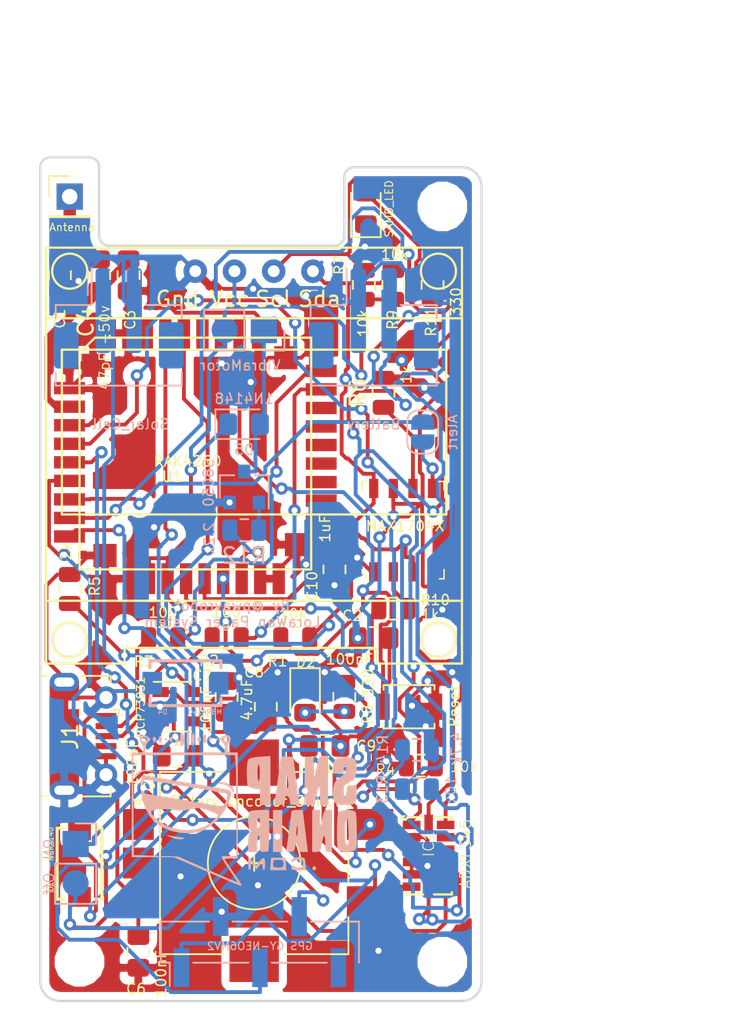
<source format=kicad_pcb>
(kicad_pcb (version 20171130) (host pcbnew "(5.0.1)-4")
  (title_block (title "RAKWan Kad") (date 2019-11-10) (rev 0.3) (company "Dr CADIC Philippe") (comment 1 @pwavrobot) (comment 2 "Public Domain work") (comment 3 pcadic@gmail.com) (comment 4 SnapOnAir.com))
  (layers (0 F.Cu signal) (31 B.Cu signal) (34 B.Paste user) (35 F.Paste user) (36 B.SilkS user) (37 F.SilkS user) (38 B.Mask user) (39 F.Mask user) (44 Edge.Cuts user))
  (net 0 "")
  (net 1 GND)
  (net 2 /RST)
  (net 3 "Net-(AE1-Pad1)")
  (net 4 /RFC)
  (net 5 "Net-(J1-Pad2)")
  (net 6 "Net-(J1-Pad3)")
  (net 7 +3V3)
  (net 8 /USB_P)
  (net 9 /USB_N)
  (net 10 /SDA)
  (net 11 /SCL)
  (net 12 /RE+)
  (net 13 /RE-)
  (net 14 /RPressed)
  (net 15 V_BUS)
  (net 16 VBAT)
  (net 17 "Net-(JP1-Pad1)")
  (net 18 /AlertB)
  (net 19 "Net-(R5-Pad1)")
  (net 20 "Net-(R6-Pad1)")
  (net 21 "Net-(D2-Pad2)")
  (net 22 "Net-(R10-Pad2)")
  (net 23 /SAMLED)
  (net 24 "Net-(D3-Pad2)")
  (net 25 "Net-(D2-Pad1)")
  (net 26 V_Solar)
  (net 27 "Net-(D5-Pad2)")
  (net 28 "Net-(IC1-Pad12)")
  (net 29 /INT2)
  (net 30 /INT1)
  (net 31 "Net-(IC1-Pad7)")
  (net 32 /TXD)
  (net 33 /RXD)
  (net 34 "Net-(Q1-Pad1)")
  (net 35 "Net-(R10-Pad1)")
  (net 36 /PinMotor)
  (module 18650:RAK4260 (layer F.Cu) (at 104.14 63.5)
    (fp_text reference U1 (at 6 -6) (layer F.SilkS) (effects (font (size 0.66 0.66) (thickness 0.1))))
    (fp_text value RAK4260 (at 7 -7) (layer F.SilkS) (effects (font (size 0.66 0.66) (thickness 0.1))))
    (pad 10 smd rect (at 3.3 0.6) (size 0.8 2) (layers F.Cu F.Paste F.Mask) (net 1 GND))
    (pad 11 smd rect (at 4.5 0.6) (size 0.8 2) (layers F.Cu F.Paste F.Mask) (net 7 +3V3))
    (pad 12 smd rect (at 5.7 0.6) (size 0.8 2) (layers F.Cu F.Paste F.Mask) (net 7 +3V3))
    (pad 13 smd rect (at 6.9 0.6) (size 0.8 2) (layers F.Cu F.Paste F.Mask) (net 11 /SCL))
    (pad 14 smd rect (at 8.1 0.6) (size 0.8 2) (layers F.Cu F.Paste F.Mask) (net 10 /SDA))
    (pad 15 smd rect (at 9.3 0.6) (size 0.8 2) (layers F.Cu F.Paste F.Mask) (net 29 /INT2))
    (pad 16 smd rect (at 10.5 0.6) (size 0.8 2) (layers F.Cu F.Paste F.Mask) (net 36 /PinMotor))
    (pad 17 smd rect (at 11.7 0.6) (size 0.8 2) (layers F.Cu F.Paste F.Mask) (net 1 GND))
    (pad 18 smd rect (at 12.9 0.6) (size 0.8 2) (layers F.Cu F.Paste F.Mask) (net 1 GND))
    (pad 37 smd rect (at 14.05 -1.6) (size 1.5 1.5) (layers F.Cu F.Paste F.Mask) (net 1 GND))
    (pad 37 smd rect (at 1.65 -0.9) (size 1.5 1.5) (layers F.Cu F.Paste F.Mask) (net 1 GND))
    (pad 19 smd rect (at 15.65 -3.25 90) (size 0.8 2) (layers F.Cu F.Paste F.Mask))
    (pad 20 smd rect (at 15.65 -4.45 90) (size 0.8 2) (layers F.Cu F.Paste F.Mask))
    (pad 21 smd rect (at 15.65 -5.65 90) (size 0.8 2) (layers F.Cu F.Paste F.Mask))
    (pad 22 smd rect (at 15.65 -6.85 90) (size 0.8 2) (layers F.Cu F.Paste F.Mask))
    (pad 23 smd rect (at 15.65 -8.05 90) (size 0.8 2) (layers F.Cu F.Paste F.Mask))
    (pad 24 smd rect (at 15.65 -9.25 90) (size 0.8 2) (layers F.Cu F.Paste F.Mask))
    (pad 25 smd rect (at 15.65 -10.45 90) (size 0.8 2) (layers F.Cu F.Paste F.Mask))
    (pad 26 smd rect (at 15.65 -11.65 90) (size 0.8 2) (layers F.Cu F.Paste F.Mask) (net 8 /USB_P))
    (pad 27 smd rect (at 15.65 -12.85 90) (size 0.8 2) (layers F.Cu F.Paste F.Mask) (net 9 /USB_N))
    (pad 1 smd rect (at -0.65 -11.73 90) (size 0.8 2) (layers F.Cu F.Paste F.Mask) (net 1 GND))
    (pad 5 smd rect (at -0.65 -6.93 90) (size 0.8 2) (layers F.Cu F.Paste F.Mask) (net 12 /RE+))
    (pad 7 smd rect (at -0.65 -4.53 90) (size 0.8 2) (layers F.Cu F.Paste F.Mask) (net 18 /AlertB))
    (pad 2 smd rect (at -0.65 -10.53 90) (size 0.8 2) (layers F.Cu F.Paste F.Mask) (net 4 /RFC))
    (pad 9 smd rect (at -0.65 -2.13 90) (size 0.8 2) (layers F.Cu F.Paste F.Mask) (net 30 /INT1))
    (pad 8 smd rect (at -0.65 -3.33 90) (size 0.8 2) (layers F.Cu F.Paste F.Mask) (net 23 /SAMLED))
    (pad 4 smd rect (at -0.65 -8.13 90) (size 0.8 2) (layers F.Cu F.Paste F.Mask) (net 14 /RPressed))
    (pad 6 smd rect (at -0.65 -5.73 90) (size 0.8 2) (layers F.Cu F.Paste F.Mask) (net 13 /RE-))
    (pad 3 smd rect (at -0.65 -9.33 90) (size 0.8 2) (layers F.Cu F.Paste F.Mask) (net 1 GND))
    (pad 35 smd rect (at 3.16 -15.29) (size 0.8 2) (layers F.Cu F.Paste F.Mask) (net 1 GND))
    (pad 34 smd rect (at 4.36 -15.29) (size 0.8 2) (layers F.Cu F.Paste F.Mask))
    (pad 28 smd rect (at 11.56 -15.29) (size 0.8 2) (layers F.Cu F.Paste F.Mask) (net 1 GND))
    (pad 30 smd rect (at 9.16 -15.29) (size 0.8 2) (layers F.Cu F.Paste F.Mask))
    (pad 32 smd rect (at 6.76 -15.29) (size 0.8 2) (layers F.Cu F.Paste F.Mask) (net 33 /RXD))
    (pad 33 smd rect (at 5.56 -15.29) (size 0.8 2) (layers F.Cu F.Paste F.Mask) (net 32 /TXD))
    (pad 36 smd rect (at 1.96 -15.29) (size 0.8 2) (layers F.Cu F.Paste F.Mask) (net 1 GND))
    (pad 31 smd rect (at 7.96 -15.29) (size 0.8 2) (layers F.Cu F.Paste F.Mask))
    (pad 29 smd rect (at 10.36 -15.29) (size 0.8 2) (layers F.Cu F.Paste F.Mask) (net 2 /RST))
    (pad 37 smd rect (at 0.88 -13.21) (size 1.5 1.5) (layers F.Cu F.Paste F.Mask) (net 1 GND))
    (pad 37 smd rect (at 13.36 -13.7) (size 1.5 1.5) (layers F.Cu F.Paste F.Mask) (net 1 GND))
  )
  (module Connector_PinHeader_2.54mm:PinHeader_1x01_P2.54mm_Vertical (layer F.Cu) (at 103.505 39.37)
    (fp_text reference AE1 hide)
    (fp_text value Antenna (at 0.1524 1.9812) (layer F.SilkS) (effects (font (size 0.5 0.5) (thickness 0.07))))
    (pad 1 thru_hole rect (at 0 0) (size 1.7 1.7) (drill 1) (layers *.Cu *.Mask) (net 3 "Net-(AE1-Pad1)"))
  )
  (module Capacitor_SMD:C_0805_2012Metric_Pad1.15x1.40mm_HandSolder (layer F.Cu) (at 102.87 44.45 270)
    (fp_text reference C1 (at 2.8194 0 270) (layer F.SilkS) (effects (font (size 0.66 0.66) (thickness 0.1))))
    (fp_text value NC)
    (pad 2 smd roundrect (at 1.025 0 270) (size 1.15 1.4) (layers F.Cu F.Paste F.Mask) (roundrect_rratio 0.217391) (net 1 GND))
    (pad 1 smd roundrect (at -1.025 0 270) (size 1.15 1.4) (layers F.Cu F.Paste F.Mask) (roundrect_rratio 0.217391) (net 3 "Net-(AE1-Pad1)"))
  )
  (module Capacitor_SMD:C_0805_2012Metric_Pad1.15x1.40mm_HandSolder (layer F.Cu) (at 105.41 44.45 270)
    (fp_text reference C3 (at 2.8956 -2.0066 270) (layer F.SilkS) (effects (font (size 0.66 0.66) (thickness 0.1))))
    (fp_text value "47pF -50v" (at 4.699 -0.3556 270) (layer F.SilkS) (effects (font (size 0.66 0.66) (thickness 0.08))))
    (pad 1 smd roundrect (at -1.025 0 270) (size 1.15 1.4) (layers F.Cu F.Paste F.Mask) (roundrect_rratio 0.217391) (net 3 "Net-(AE1-Pad1)"))
    (pad 2 smd roundrect (at 1.025 0 270) (size 1.15 1.4) (layers F.Cu F.Paste F.Mask) (roundrect_rratio 0.217391) (net 4 /RFC))
  )
  (module Capacitor_SMD:C_0805_2012Metric_Pad1.15x1.40mm_HandSolder (layer F.Cu) (at 107.315 44.45 90)
    (fp_text reference C4 (at -3.048 -2.7686 90) (layer F.SilkS))
    (fp_text value NC)
    (pad 1 smd roundrect (at -1.025 0 90) (size 1.15 1.4) (layers F.Cu F.Paste F.Mask) (roundrect_rratio 0.217391) (net 1 GND))
    (pad 2 smd roundrect (at 1.025 0 90) (size 1.15 1.4) (layers F.Cu F.Paste F.Mask) (roundrect_rratio 0.217391) (net 4 /RFC))
  )
  (module Connector_USB:USB_Micro-B_Molex-105017-0001 (layer F.Cu) (at 104.394 74.295 270)
    (fp_text reference J1 (at 0.0254 0.8636 270) (layer F.SilkS))
    (fp_text value USB_OTG)
    (pad 6 smd rect (at 1 1.2375 270) (size 1.5 1.9) (layers F.Cu F.Paste F.Mask) (net 1 GND))
    (pad 6 thru_hole circle (at -2.5 -1.4625 270) (size 1.45 1.45) (drill 0.85) (layers *.Cu *.Mask) (net 1 GND))
    (pad 2 smd rect (at -0.65 -1.4625 270) (size 0.4 1.35) (layers F.Cu F.Paste F.Mask) (net 5 "Net-(J1-Pad2)"))
    (pad 1 smd rect (at -1.3 -1.4625 270) (size 0.4 1.35) (layers F.Cu F.Paste F.Mask) (net 15 V_BUS))
    (pad 5 smd rect (at 1.3 -1.4625 270) (size 0.4 1.35) (layers F.Cu F.Paste F.Mask) (net 1 GND))
    (pad 4 smd rect (at 0.65 -1.4625 270) (size 0.4 1.35) (layers F.Cu F.Paste F.Mask))
    (pad 3 smd rect (at 0 -1.4625 270) (size 0.4 1.35) (layers F.Cu F.Paste F.Mask) (net 6 "Net-(J1-Pad3)"))
    (pad 6 thru_hole circle (at 2.5 -1.4625 270) (size 1.45 1.45) (drill 0.85) (layers *.Cu *.Mask) (net 1 GND))
    (pad 6 smd rect (at -1 1.2375 270) (size 1.5 1.9) (layers F.Cu F.Paste F.Mask) (net 1 GND))
    (pad 6 thru_hole oval (at -3.5 1.2375 90) (size 1.2 1.9) (drill oval 0.6 1.3) (layers *.Cu *.Mask) (net 1 GND))
    (pad 6 thru_hole oval (at 3.5 1.2375 270) (size 1.2 1.9) (drill oval 0.6 1.3) (layers *.Cu *.Mask) (net 1 GND))
    (pad 6 smd rect (at 2.9 1.2375 270) (size 1.2 1.9) (layers F.Cu F.Mask) (net 1 GND))
    (pad 6 smd rect (at -2.9 1.2375 270) (size 1.2 1.9) (layers F.Cu F.Mask) (net 1 GND))
  )
  (module Resistor_SMD:R_0805_2012Metric (layer F.Cu) (at 118.11 67.945)
    (fp_text reference R1 (at -1.143 1.4986) (layer F.SilkS) (effects (font (size 0.66 0.66) (thickness 0.1))))
    (fp_text value 10k (at -0.1524 -1.5494) (layer F.SilkS) (effects (font (size 0.66 0.66) (thickness 0.1))))
    (pad 1 smd roundrect (at -0.9375 0) (size 0.975 1.4) (layers F.Cu F.Paste F.Mask) (net 2 /RST))
    (pad 2 smd roundrect (at 0.9375 0) (size 0.975 1.4) (layers F.Cu F.Paste F.Mask) (net 7 +3V3))
  )
  (module Resistor_SMD:R_0805_2012Metric (layer F.Cu) (at 113.665 67.945 180)
    (fp_text reference R2 (at 1.143 -1.4732 180) (layer F.SilkS) (effects (font (size 0.66 0.66) (thickness 0.1))))
    (fp_text value 100 (at 0 1.65 180) (layer F.SilkS) (effects (font (size 0.66 0.66) (thickness 0.1))))
    (pad 2 smd roundrect (at 0.9375 0 180) (size 0.975 1.4) (layers F.Cu F.Paste F.Mask) (net 6 "Net-(J1-Pad3)"))
    (pad 1 smd roundrect (at -0.9375 0 180) (size 0.975 1.4) (layers F.Cu F.Paste F.Mask) (net 8 /USB_P))
  )
  (module Resistor_SMD:R_0805_2012Metric (layer F.Cu) (at 109.552 67.945 180)
    (fp_text reference R3 (at 1.2464 -1.524 180) (layer F.SilkS) (effects (font (size 0.66 0.66) (thickness 0.1))))
    (fp_text value 100 (at 0 1.65) (layer F.SilkS) (effects (font (size 0.66 0.66) (thickness 0.1))))
    (pad 1 smd roundrect (at -0.9375 0 180) (size 0.975 1.4) (layers F.Cu F.Paste F.Mask) (net 9 /USB_N))
    (pad 2 smd roundrect (at 0.9375 0 180) (size 0.975 1.4) (layers F.Cu F.Paste F.Mask) (net 5 "Net-(J1-Pad2)"))
  )
  (module Button_Switch_SMD:SW_SPST_B3U-1000P (layer F.Cu) (at 125.476 72.39)
    (fp_text reference SW1 hide)
    (fp_text value Reset (at 2.921 -0.0254 90) (layer F.SilkS) (effects (font (size 0.66 0.66) (thickness 0.1))))
    (pad 1 smd rect (at -1.7 0) (size 0.9 1.7) (layers F.Cu F.Paste F.Mask) (net 2 /RST))
    (pad 2 smd rect (at 1.7 0) (size 0.9 1.7) (layers F.Cu F.Paste F.Mask) (net 1 GND))
  )
  (module 18650:RotaryEncoder_Alps_EC11E-Switch_Vertical_H20mm (layer F.Cu) (at 107.95 80.01)
    (fp_text reference SW2 hide)
    (fp_text value Rotary_Encoder_Switch (at 7.7 -1.5) (layer F.SilkS) (effects (font (size 0.66 0.66) (thickness 0.1))))
    (pad S1 smd rect (at 15 5) (size 3 2) (layers F.Cu F.Paste F.Mask) (net 7 +3V3))
    (pad S2 smd rect (at 15 0) (size 3 2) (layers F.Cu F.Paste F.Mask) (net 14 /RPressed))
    (pad MP smd rect (at 7.5 8.7) (size 3.2 3) (layers F.Cu F.Paste F.Mask))
    (pad MP smd rect (at 7.5 -4) (size 3.2 3) (layers F.Cu F.Paste F.Mask))
    (pad B smd rect (at 0 5) (size 2 2) (layers F.Cu F.Paste F.Mask) (net 13 /RE-))
    (pad C smd rect (at 0 2.5) (size 2 2) (layers F.Cu F.Paste F.Mask) (net 1 GND))
    (pad A smd rect (at 0 0) (size 2 2) (layers F.Cu F.Paste F.Mask) (net 12 /RE+))
  )
  (module Capacitor_SMD:C_0805_2012Metric_Pad1.15x1.40mm_HandSolder (layer F.Cu) (at 123.19 67.945)
    (fp_text reference C2 (at -1.397 -1.4478) (layer F.SilkS) (effects (font (size 0.66 0.66) (thickness 0.1))))
    (fp_text value 100nF (at -1.5748 1.3716) (layer F.SilkS) (effects (font (size 0.66 0.66) (thickness 0.1))))
    (pad 1 smd roundrect (at -1.025 0) (size 1.15 1.4) (layers F.Cu F.Paste F.Mask) (roundrect_rratio 0.217391) (net 1 GND))
    (pad 2 smd roundrect (at 1.025 0) (size 1.15 1.4) (layers F.Cu F.Paste F.Mask) (roundrect_rratio 0.217391) (net 2 /RST))
  )
  (module 18650:Oled96 (layer F.Cu) (at 101.981 69.596)
    (fp_text reference LCD1 hide)
    (fp_text value Oled96)
    (fp_text user Gnd (at 8.5 -23.6) (layer F.SilkS))
    (fp_text user Vcc (at 11.9 -23.6) (layer F.SilkS))
    (fp_text user Scl (at 14.7 -23.6) (layer F.SilkS))
    (fp_text user Sda (at 17.7 -23.6) (layer F.SilkS))
    (pad 1 thru_hole circle (at 17.272 -25.4) (size 1.524 1.524) (drill 0.762) (layers *.Cu *.Mask) (net 10 /SDA))
    (pad 2 thru_hole circle (at 14.732 -25.4) (size 1.524 1.524) (drill 0.762) (layers *.Cu *.Mask) (net 11 /SCL))
    (pad 3 thru_hole circle (at 12.192 -25.4) (size 1.524 1.524) (drill 0.762) (layers *.Cu *.Mask) (net 7 +3V3))
    (pad 4 thru_hole circle (at 9.652 -25.4) (size 1.524 1.524) (drill 0.762) (layers *.Cu *.Mask) (net 1 GND))
    (pad "" thru_hole circle (at 1.5 -1.5) (size 2 2) (drill 2) (layers *.Cu *.Mask))
    (pad "" thru_hole circle (at 25.4 -1.5) (size 2 2) (drill 2) (layers *.Cu *.Mask))
  )
  (module MountingHole:MountingHole_2.2mm_M2 (layer F.Cu) (at 127.635 40.005)
    (fp_text reference H1 hide)
    (fp_text value MountingHole)
    (pad 1 np_thru_hole circle (at 0 0) (size 2.2 2.2) (drill 2.2) (layers *.Cu *.Mask))
  )
  (module MountingHole:MountingHole_2.2mm_M2 (layer F.Cu) (at 104.14 88.9)
    (fp_text reference H2 hide)
    (fp_text value MountingHole)
    (pad 1 np_thru_hole circle (at 0 0) (size 2.2 2.2) (drill 2.2) (layers *.Cu *.Mask))
  )
  (module Capacitor_SMD:C_0805_2012Metric_Pad1.15x1.40mm_HandSolder (layer F.Cu) (at 110.49 75.565 180)
    (fp_text reference C5 (at 1.8034 -1.6764 270) (layer F.SilkS) (effects (font (size 0.66 0.66) (thickness 0.1))))
    (fp_text value 100nF (at 2.921 -0.4826 270) (layer F.SilkS) (effects (font (size 0.66 0.66) (thickness 0.1))))
    (pad 2 smd roundrect (at 1.025 0 180) (size 1.15 1.4) (layers F.Cu F.Paste F.Mask) (roundrect_rratio 0.217391) (net 1 GND))
    (pad 1 smd roundrect (at -1.025 0 180) (size 1.15 1.4) (layers F.Cu F.Paste F.Mask) (roundrect_rratio 0.217391) (net 12 /RE+))
  )
  (module Capacitor_SMD:C_0805_2012Metric_Pad1.15x1.40mm_HandSolder (layer F.Cu) (at 107.95 88.265 270)
    (fp_text reference C6 (at 2.3876 0.1524) (layer F.SilkS) (effects (font (size 0.66 0.66) (thickness 0.1))))
    (fp_text value 100nF (at 1.397 -1.4732 270) (layer F.SilkS) (effects (font (size 0.66 0.66) (thickness 0.1))))
    (pad 1 smd roundrect (at -1.025 0 270) (size 1.15 1.4) (layers F.Cu F.Paste F.Mask) (roundrect_rratio 0.217391) (net 13 /RE-))
    (pad 2 smd roundrect (at 1.025 0 270) (size 1.15 1.4) (layers F.Cu F.Paste F.Mask) (roundrect_rratio 0.217391) (net 1 GND))
  )
  (module Capacitor_SMD:C_0805_2012Metric_Pad1.15x1.40mm_HandSolder (layer F.Cu) (at 113.665 71.755 90)
    (fp_text reference C7 (at 1.3716 -1.5748) (layer F.SilkS) (effects (font (size 0.66 0.66) (thickness 0.1))))
    (fp_text value 100nF (at -0.8128 -1.3208 270) (layer F.SilkS) (effects (font (size 0.66 0.66) (thickness 0.1))))
    (pad 1 smd roundrect (at -1.025 0 90) (size 1.15 1.4) (layers F.Cu F.Paste F.Mask) (roundrect_rratio 0.217391) (net 14 /RPressed))
    (pad 2 smd roundrect (at 1.025 0 90) (size 1.15 1.4) (layers F.Cu F.Paste F.Mask) (roundrect_rratio 0.217391) (net 1 GND))
  )
  (module Capacitor_SMD:C_0805_2012Metric_Pad1.15x1.40mm_HandSolder (layer F.Cu) (at 116.205 72.39 90)
    (fp_text reference C8 (at 2.2352 -0.762 180) (layer F.SilkS) (effects (font (size 0.66 0.66) (thickness 0.1))))
    (fp_text value 4.7uF (at 0.4572 -1.2192 270) (layer F.SilkS) (effects (font (size 0.66 0.66) (thickness 0.1))))
    (pad 2 smd roundrect (at 1.025 0 90) (size 1.15 1.4) (layers F.Cu F.Paste F.Mask) (roundrect_rratio 0.217391) (net 1 GND))
    (pad 1 smd roundrect (at -1.025 0 90) (size 1.15 1.4) (layers F.Cu F.Paste F.Mask) (roundrect_rratio 0.217391) (net 15 V_BUS))
  )
  (module Capacitor_SMD:C_0805_2012Metric_Pad1.15x1.40mm_HandSolder (layer F.Cu) (at 120.015 74.93)
    (fp_text reference C9 (at 2.6924 0) (layer F.SilkS) (effects (font (size 0.66 0.66) (thickness 0.1))))
    (fp_text value 4.7uF (at -0.1016 1.2954) (layer F.SilkS) (effects (font (size 0.66 0.66) (thickness 0.1))))
    (pad 2 smd roundrect (at 1.025 0) (size 1.15 1.4) (layers F.Cu F.Paste F.Mask) (roundrect_rratio 0.217391) (net 1 GND))
    (pad 1 smd roundrect (at -1.025 0) (size 1.15 1.4) (layers F.Cu F.Paste F.Mask) (roundrect_rratio 0.217391) (net 16 VBAT))
  )
  (module Capacitor_SMD:C_0805_2012Metric_Pad1.15x1.40mm_HandSolder (layer F.Cu) (at 120.65 63.5 90)
    (fp_text reference C10 (at -1.0668 -1.4478 90) (layer F.SilkS) (effects (font (size 0.66 0.66) (thickness 0.1))))
    (fp_text value 1uF (at 2.6416 -0.6096 90) (layer F.SilkS) (effects (font (size 0.66 0.66) (thickness 0.1))))
    (pad 1 smd roundrect (at -1.025 0 90) (size 1.15 1.4) (layers F.Cu F.Paste F.Mask) (roundrect_rratio 0.217391) (net 1 GND))
    (pad 2 smd roundrect (at 1.025 0 90) (size 1.15 1.4) (layers F.Cu F.Paste F.Mask) (roundrect_rratio 0.217391) (net 7 +3V3))
  )
  (module 18650:MBRA140 (layer F.Cu) (at 104.14 82.55 90)
    (fp_text reference D1 (at -1.47401 -1.85522 90) (layer F.SilkS) (effects (font (size 0.320176 0.320176) (thickness 0.05))))
    (fp_text value MBRA140 (at 1.271 -1.85567 90) (layer F.SilkS) (effects (font (size 0.320253 0.320253) (thickness 0.05))))
    (pad A smd rect (at -2.15 0 270) (size 1.27 1.47) (layers F.Cu F.Paste F.Mask) (net 16 VBAT))
    (pad C smd rect (at 2.15 0 90) (size 1.27 1.47) (layers F.Cu F.Paste F.Mask) (net 15 V_BUS))
  )
  (module Connector_JST:JST_PH_B2B-PH-SM4-TB_1x02-1MP_P2.00mm_Vertical (layer B.Cu) (at 123.19 47.244)
    (fp_text reference J2 hide)
    (fp_text value Battery (at 0 6.858) (layer B.SilkS) (effects (font (size 0.66 0.66) (thickness 0.1)) (justify mirror)))
    (pad 1 smd roundrect (at -1 -0.5) (size 1 5.5) (layers B.Cu B.Paste B.Mask) (net 1 GND))
    (pad 2 smd roundrect (at 1 -0.5) (size 1 5.5) (layers B.Cu B.Paste B.Mask) (net 16 VBAT))
    (pad MP smd roundrect (at -3.4 1.75) (size 1.6 3) (layers B.Cu B.Paste B.Mask) (roundrect_rratio 0.15625))
    (pad MP smd roundrect (at 3.4 1.75) (size 1.6 3) (layers B.Cu B.Paste B.Mask) (roundrect_rratio 0.15625))
  )
  (module Jumper:SolderJumper-2_P1.3mm_Open_RoundedPad1.0x1.5mm (layer B.Cu) (at 126.365 54.61 90)
    (fp_text reference JP1 hide)
    (fp_text value Alert (at 0 1.905 90) (layer B.SilkS) (effects (font (size 0.66 0.66) (thickness 0.1)) (justify mirror)))
    (pad 1 smd custom (at -0.65 0 90) (size 1 0.5) (layers B.Cu B.Mask) (net 17 "Net-(JP1-Pad1)") (options (clearance outline) (anchor rect)) (primitives (gr_circle (center 0 -0.25) (end 0.5 -0.25) (width 0)) (gr_circle (center 0 0.25) (end 0.5 0.25) (width 0)) (gr_poly (pts (xy 0 0.75) (xy 0.5 0.75) (xy 0.5 -0.75) (xy 0 -0.75)) (width 0))))
    (pad 2 smd custom (at 0.65 0 90) (size 1 0.5) (layers B.Cu B.Mask) (net 18 /AlertB) (options (clearance outline) (anchor rect)) (primitives (gr_circle (center 0 -0.25) (end 0.5 -0.25) (width 0)) (gr_circle (center 0 0.25) (end 0.5 0.25) (width 0)) (gr_poly (pts (xy 0 0.75) (xy -0.5 0.75) (xy -0.5 -0.75) (xy 0 -0.75)) (width 0))))
  )
  (module Resistor_SMD:R_0805_2012Metric (layer F.Cu) (at 126.238 76.2 180)
    (fp_text reference R4 (at 2.286 -0.254 180) (layer F.SilkS) (effects (font (size 0.66 0.66) (thickness 0.08))))
    (fp_text value 10k (at -2.794 -0.0762 180) (layer F.SilkS) (effects (font (size 0.66 0.66) (thickness 0.08))))
    (pad 1 smd roundrect (at -0.9375 0 180) (size 0.975 1.4) (layers F.Cu F.Paste F.Mask) (net 14 /RPressed))
    (pad 2 smd roundrect (at 0.9375 0 180) (size 0.975 1.4) (layers F.Cu F.Paste F.Mask) (net 1 GND))
  )
  (module Resistor_SMD:R_0805_2012Metric (layer F.Cu) (at 103.505 64.77 90)
    (fp_text reference R5 (at 0.1778 1.6256 90) (layer F.SilkS) (effects (font (size 0.66 0.66) (thickness 0.1))))
    (fp_text value 2k (at 2.4384 -0.2286 90) (layer F.SilkS) (effects (font (size 0.66 0.66) (thickness 0.1))))
    (pad 2 smd roundrect (at 0.9375 0 90) (size 0.975 1.4) (layers F.Cu F.Paste F.Mask) (net 1 GND))
    (pad 1 smd roundrect (at -0.9375 0 90) (size 0.975 1.4) (layers F.Cu F.Paste F.Mask) (net 19 "Net-(R5-Pad1)"))
  )
  (module Resistor_SMD:R_0805_2012Metric (layer F.Cu) (at 123.825 52.07 90)
    (fp_text reference R6 (at 0 -1.65 90) (layer F.SilkS))
    (fp_text value 1k (at 1.1684 1.4732 90) (layer F.SilkS) (effects (font (size 0.66 0.66) (thickness 0.1))))
    (pad 2 smd roundrect (at 0.9375 0 90) (size 0.975 1.4) (layers F.Cu F.Paste F.Mask) (net 1 GND))
    (pad 1 smd roundrect (at -0.9375 0 90) (size 0.975 1.4) (layers F.Cu F.Paste F.Mask) (net 20 "Net-(R6-Pad1)"))
  )
  (module Resistor_SMD:R_0805_2012Metric (layer F.Cu) (at 122.555 45.085 90)
    (fp_text reference R7 (at 1.2954 -1.5748 90) (layer F.SilkS) (effects (font (size 0.66 0.66) (thickness 0.1))))
    (fp_text value 10k (at -2.4892 -0.0508 90) (layer F.SilkS) (effects (font (size 0.66 0.66) (thickness 0.1))))
    (pad 1 smd roundrect (at -0.9375 0 90) (size 0.975 1.4) (layers F.Cu F.Paste F.Mask) (net 7 +3V3))
    (pad 2 smd roundrect (at 0.9375 0 90) (size 0.975 1.4) (layers F.Cu F.Paste F.Mask) (net 11 /SCL))
  )
  (module Resistor_SMD:R_0805_2012Metric (layer F.Cu) (at 121.285 71.755 90)
    (fp_text reference R8 (at -1.1176 1.4986 90) (layer F.SilkS) (effects (font (size 0.66 0.66) (thickness 0.1))))
    (fp_text value 330 (at 0.889 1.5494 90) (layer F.SilkS) (effects (font (size 0.66 0.66) (thickness 0.1))))
    (pad 1 smd roundrect (at -0.9375 0 90) (size 0.975 1.4) (layers F.Cu F.Paste F.Mask) (net 21 "Net-(D2-Pad2)"))
    (pad 2 smd roundrect (at 0.9375 0 90) (size 0.975 1.4) (layers F.Cu F.Paste F.Mask) (net 15 V_BUS))
  )
  (module Resistor_SMD:R_0805_2012Metric (layer F.Cu) (at 124.46 45.085 90)
    (fp_text reference R9 (at -2.2606 -0.0508 90) (layer F.SilkS) (effects (font (size 0.66 0.66) (thickness 0.1))))
    (fp_text value 10k (at 1.9812 0.1016 180) (layer F.SilkS) (effects (font (size 0.66 0.66) (thickness 0.1))))
    (pad 2 smd roundrect (at 0.9375 0 90) (size 0.975 1.4) (layers F.Cu F.Paste F.Mask) (net 10 /SDA))
    (pad 1 smd roundrect (at -0.9375 0 90) (size 0.975 1.4) (layers F.Cu F.Paste F.Mask) (net 7 +3V3))
  )
  (module Resistor_SMD:R_0805_2012Metric (layer F.Cu) (at 124.46 66.04)
    (fp_text reference R10 (at 2.7178 -0.5588) (layer F.SilkS) (effects (font (size 0.66 0.66) (thickness 0.1))))
    (fp_text value 1k (at 2.3876 0.381) (layer F.SilkS) (effects (font (size 0.66 0.66) (thickness 0.1))))
    (pad 1 smd roundrect (at -0.9375 0) (size 0.975 1.4) (layers F.Cu F.Paste F.Mask) (net 35 "Net-(R10-Pad1)"))
    (pad 2 smd roundrect (at 0.9375 0) (size 0.975 1.4) (layers F.Cu F.Paste F.Mask) (net 22 "Net-(R10-Pad2)"))
  )
  (module Resistor_SMD:R_0805_2012Metric (layer F.Cu) (at 127 45.085 90)
    (fp_text reference R11 (at -2.3876 -0.1016 90) (layer F.SilkS) (effects (font (size 0.66 0.66) (thickness 0.1))))
    (fp_text value 330 (at -1.0922 1.524 90) (layer F.SilkS) (effects (font (size 0.66 0.66) (thickness 0.1))))
    (pad 2 smd roundrect (at 0.9375 0 90) (size 0.975 1.4) (layers F.Cu F.Paste F.Mask) (net 23 /SAMLED))
    (pad 1 smd roundrect (at -0.9375 0 90) (size 0.975 1.4) (layers F.Cu F.Paste F.Mask) (net 24 "Net-(D3-Pad2)"))
  )
  (module Package_TO_SOT_SMD:SOT-23-5 (layer F.Cu) (at 110.49 72.39)
    (fp_text reference U2 hide)
    (fp_text value MCP73831 (at -2.3876 0.0508 90) (layer F.SilkS) (effects (font (size 0.5 0.5) (thickness 0.08))))
    (pad 1 smd rect (at -1.1 -0.95) (size 1.06 0.65) (layers F.Cu F.Paste F.Mask) (net 25 "Net-(D2-Pad1)"))
    (pad 2 smd rect (at -1.1 0) (size 1.06 0.65) (layers F.Cu F.Paste F.Mask) (net 1 GND))
    (pad 3 smd rect (at -1.1 0.95) (size 1.06 0.65) (layers F.Cu F.Paste F.Mask) (net 16 VBAT))
    (pad 4 smd rect (at 1.1 0.95) (size 1.06 0.65) (layers F.Cu F.Paste F.Mask) (net 15 V_BUS))
    (pad 5 smd rect (at 1.1 -0.95) (size 1.06 0.65) (layers F.Cu F.Paste F.Mask) (net 19 "Net-(R5-Pad1)"))
  )
  (module 18650:TDFN-8-1EP (layer F.Cu) (at 125.095 60.96 90)
    (fp_text reference U3 hide)
    (fp_text value MAX1704X (at 0.254 0.127) (layer F.SilkS) (effects (font (size 0.66 0.66) (thickness 0.1))))
    (pad 8 smd rect (at 2.7 -1.905 90) (size 1.25 0.6) (layers F.Cu F.Paste F.Mask) (net 10 /SDA))
    (pad 7 smd rect (at 2.7 -0.635 90) (size 1.25 0.6) (layers F.Cu F.Paste F.Mask) (net 11 /SCL))
    (pad 6 smd rect (at 2.7 0.635 90) (size 1.25 0.6) (layers F.Cu F.Paste F.Mask) (net 20 "Net-(R6-Pad1)"))
    (pad 5 smd rect (at 2.7 1.905 90) (size 1.25 0.6) (layers F.Cu F.Paste F.Mask) (net 17 "Net-(JP1-Pad1)"))
    (pad 4 smd rect (at -2.7 1.905 90) (size 1.25 0.6) (layers F.Cu F.Paste F.Mask) (net 1 GND))
    (pad 3 smd rect (at -2.7 0.635 90) (size 1.25 0.6) (layers F.Cu F.Paste F.Mask) (net 7 +3V3))
    (pad 1 smd rect (at -2.7 -1.905 90) (size 1.25 0.6) (layers F.Cu F.Paste F.Mask) (net 1 GND))
    (pad 2 smd rect (at -2.7 -0.635 90) (size 1.25 0.6) (layers F.Cu F.Paste F.Mask) (net 22 "Net-(R10-Pad2)"))
  )
  (module LED_SMD:LED_0805_2012Metric_Pad1.15x1.40mm_HandSolder (layer F.Cu) (at 118.745 71.755 270)
    (fp_text reference D2 (at -2.2606 -0.0508) (layer F.SilkS) (effects (font (size 0.66 0.66) (thickness 0.1))))
    (fp_text value CHRG_LED hide)
    (pad 2 smd roundrect (at 1.025 0 270) (size 1.15 1.4) (layers F.Cu F.Paste F.Mask) (roundrect_rratio 0.217391) (net 21 "Net-(D2-Pad2)"))
    (pad 1 smd roundrect (at -1.025 0 270) (size 1.15 1.4) (layers F.Cu F.Paste F.Mask) (roundrect_rratio 0.217391) (net 25 "Net-(D2-Pad1)"))
  )
  (module LED_SMD:LED_0805_2012Metric_Pad1.15x1.40mm_HandSolder (layer F.Cu) (at 122.682 40.132 90)
    (fp_text reference D3 hide)
    (fp_text value SAMD_LED (at -0.0254 1.4986 90) (layer F.SilkS) (effects (font (size 0.5 0.5) (thickness 0.07))))
    (pad 1 smd roundrect (at -1.025 0 90) (size 1.15 1.4) (layers F.Cu F.Paste F.Mask) (roundrect_rratio 0.217391) (net 1 GND))
    (pad 2 smd roundrect (at 1.025 0 90) (size 1.15 1.4) (layers F.Cu F.Paste F.Mask) (roundrect_rratio 0.217391) (net 24 "Net-(D3-Pad2)"))
  )
  (module MountingHole:MountingHole_2.2mm_M2 (layer F.Cu) (at 127.635 88.9)
    (fp_text reference H3 hide)
    (fp_text value MountingHole)
    (pad 1 np_thru_hole circle (at 0 0) (size 2.2 2.2) (drill 2.2) (layers *.Cu *.Mask))
  )
  (module 18650:SOALogo2 (layer B.Cu) (at 114.808 78.994 180)
    (fp_text reference G*** hide)
    (fp_text value LOGO hide)
  )
  (module 18650:MBRA140 (layer B.Cu) (at 110.998 70.866)
    (fp_text reference D4 (at -1.47401 1.85522) (layer B.SilkS) (effects (font (size 0.320176 0.320176) (thickness 0.05)) (justify mirror)))
    (fp_text value MBRA140 (at 1.271 1.85567) (layer B.SilkS) (effects (font (size 0.320253 0.320253) (thickness 0.05)) (justify mirror)))
    (pad A smd rect (at -2.15 0 180) (size 1.27 1.47) (layers B.Cu B.Paste B.Mask) (net 26 V_Solar))
    (pad C smd rect (at 2.15 0) (size 1.27 1.47) (layers B.Cu B.Paste B.Mask) (net 15 V_BUS))
  )
  (module 18650:ADXL345 (layer F.Cu) (at 126.746 82.042)
    (fp_text reference IC1 (at 0 -0.762 270) (layer F.SilkS) (effects (font (size 0.7 0.7) (thickness 0.07))))
    (fp_text value ADXL345 (at 2.3876 -0.127 90) (layer F.SilkS) (effects (font (size 0.7 0.7) (thickness 0.07))))
    (pad 6 smd rect (at -1.1 2) (size 1.145 0.55) (layers F.Cu F.Paste F.Mask) (net 7 +3V3) (clearance 0.1))
    (pad 5 smd rect (at -1.1 1.2) (size 1.145 0.55) (layers F.Cu F.Paste F.Mask) (net 1 GND) (clearance 0.1))
    (pad 1 smd rect (at -1.1 -2) (size 1.145 0.55) (layers F.Cu F.Paste F.Mask) (net 7 +3V3) (clearance 0.1))
    (pad 2 smd rect (at -1.1 -1.2) (size 1.145 0.55) (layers F.Cu F.Paste F.Mask) (net 1 GND) (clearance 0.1))
    (pad 3 smd rect (at -1.1 -0.4) (size 1.145 0.55) (layers F.Cu F.Paste F.Mask) (clearance 0.1))
    (pad 4 smd rect (at -1.1 0.4) (size 1.145 0.55) (layers F.Cu F.Paste F.Mask) (net 1 GND) (clearance 0.1))
    (pad 10 smd rect (at 1.1 0.4) (size 1.145 0.55) (layers F.Cu F.Paste F.Mask) (clearance 0.1))
    (pad 11 smd rect (at 1.1 -0.4) (size 1.145 0.55) (layers F.Cu F.Paste F.Mask) (clearance 0.1))
    (pad 12 smd rect (at 1.1 -1.2) (size 1.145 0.55) (layers F.Cu F.Paste F.Mask) (net 28 "Net-(IC1-Pad12)") (clearance 0.1))
    (pad 13 smd rect (at 1.1 -2) (size 1.145 0.55) (layers F.Cu F.Paste F.Mask) (net 10 /SDA) (clearance 0.1))
    (pad 9 smd rect (at 1.1 1.2) (size 1.145 0.55) (layers F.Cu F.Paste F.Mask) (net 29 /INT2) (clearance 0.1))
    (pad 8 smd rect (at 1.1 2) (size 1.145 0.55) (layers F.Cu F.Paste F.Mask) (net 30 /INT1) (clearance 0.1))
    (pad 7 smd rect (at 0 2.1) (size 0.55 1.145) (layers F.Cu F.Paste F.Mask) (net 31 "Net-(IC1-Pad7)") (clearance 0.1))
    (pad 14 smd rect (at 0 -2.1) (size 0.55 1.145) (layers F.Cu F.Paste F.Mask) (net 11 /SCL) (clearance 0.1))
  )
  (module Package_TO_SOT_SMD:SOT-23 (layer B.Cu) (at 114.808 58.166 90)
    (fp_text reference Q1 hide)
    (fp_text value S8050 (at 0.2794 -2.3114 90) (layer B.SilkS) (effects (font (size 0.66 0.66) (thickness 0.1)) (justify mirror)))
    (pad 1 smd rect (at -1 0.95 90) (size 0.9 0.8) (layers B.Cu B.Paste B.Mask) (net 34 "Net-(Q1-Pad1)"))
    (pad 2 smd rect (at -1 -0.95 90) (size 0.9 0.8) (layers B.Cu B.Paste B.Mask) (net 1 GND))
    (pad 3 smd rect (at 1 0 90) (size 0.9 0.8) (layers B.Cu B.Paste B.Mask) (net 27 "Net-(D5-Pad2)"))
  )
  (module Resistor_SMD:R_0805_2012Metric (layer B.Cu) (at 114.808 60.96)
    (fp_text reference R12 (at 0 1.65) (layer B.SilkS) (effects (justify mirror)))
    (fp_text value 2.2k (at -2.2606 0.5334 270) (layer B.SilkS) (effects (font (size 0.66 0.66) (thickness 0.1)) (justify mirror)))
    (pad 1 smd roundrect (at -0.9375 0) (size 0.975 1.4) (layers B.Cu B.Paste B.Mask) (net 36 /PinMotor))
    (pad 2 smd roundrect (at 0.9375 0) (size 0.975 1.4) (layers B.Cu B.Paste B.Mask) (net 34 "Net-(Q1-Pad1)"))
  )
  (module Resistor_SMD:R_0805_2012Metric (layer B.Cu) (at 125.984 77.724 180)
    (fp_text reference R13 (at 2.2352 0 270) (layer B.SilkS) (effects (font (size 0.66 0.66) (thickness 0.1)) (justify mirror)))
    (fp_text value 10k (at -2.2098 -0.0508 270) (layer B.SilkS) (effects (font (size 0.66 0.66) (thickness 0.08)) (justify mirror)))
    (pad 1 smd roundrect (at -0.9375 0 180) (size 0.975 1.4) (layers B.Cu B.Paste B.Mask) (net 31 "Net-(IC1-Pad7)"))
    (pad 2 smd roundrect (at 0.9375 0 180) (size 0.975 1.4) (layers B.Cu B.Paste B.Mask) (net 7 +3V3))
  )
  (module Resistor_SMD:R_0805_2012Metric (layer B.Cu) (at 125.984 75.184)
    (fp_text reference R14 (at -2.2098 -0.0254 90) (layer B.SilkS) (effects (font (size 0.66 0.66) (thickness 0.1)) (justify mirror)))
    (fp_text value 4.7k (at 2.5654 -0.1016 90) (layer B.SilkS) (effects (font (size 0.66 0.66) (thickness 0.1)) (justify mirror)))
    (pad 2 smd roundrect (at 0.9375 0) (size 0.975 1.4) (layers B.Cu B.Paste B.Mask) (net 1 GND))
    (pad 1 smd roundrect (at -0.9375 0) (size 0.975 1.4) (layers B.Cu B.Paste B.Mask) (net 28 "Net-(IC1-Pad12)"))
  )
  (module Connector_JST:JST_PH_B2B-PH-SM4-TB_1x02-1MP_P2.00mm_Vertical (layer B.Cu) (at 106.68 47.244)
    (fp_text reference SC1 hide)
    (fp_text value Solar_Cell (at 0.762 6.858) (layer B.SilkS) (effects (font (size 0.66 0.66) (thickness 0.1)) (justify mirror)))
    (pad 1 smd roundrect (at -1 -0.5) (size 1 5.5) (layers B.Cu B.Paste B.Mask) (net 26 V_Solar))
    (pad 2 smd roundrect (at 1 -0.5) (size 1 5.5) (layers B.Cu B.Paste B.Mask) (net 1 GND))
    (pad MP smd roundrect (at -3.4 1.75) (size 1.6 3) (layers B.Cu B.Paste B.Mask) (roundrect_rratio 0.15625))
    (pad MP smd roundrect (at 3.4 1.75) (size 1.6 3) (layers B.Cu B.Paste B.Mask) (roundrect_rratio 0.15625))
  )
  (module 18650:VibraPads (layer B.Cu) (at 116.078 48.006 90)
    (fp_text reference J4 hide)
    (fp_text value VibraMotor (at -2.286 -1.524 180) (layer B.SilkS) (effects (font (size 0.66 0.66) (thickness 0.1)) (justify mirror)))
    (pad 1 smd rect (at 0 0 90) (size 1.7 1.7) (layers B.Cu B.Paste B.Mask) (net 27 "Net-(D5-Pad2)"))
    (pad 2 smd oval (at 0 -2.54 90) (size 1.7 1.7) (layers B.Cu B.Paste B.Mask) (net 7 +3V3))
  )
  (module Diode_SMD:D_0805_2012Metric_Pad1.15x1.40mm_HandSolder (layer B.Cu) (at 114.799 54.102)
    (fp_text reference D5 (at 0 1.65) (layer B.SilkS) (effects (font (size 0.66 0.66) (thickness 0.1)) (justify mirror)))
    (fp_text value 1N4148 (at 0 -1.65) (layer B.SilkS) (effects (font (size 0.66 0.66) (thickness 0.1)) (justify mirror)))
    (pad 1 smd roundrect (at -1.025 0) (size 1.15 1.4) (layers B.Cu B.Paste B.Mask) (roundrect_rratio 0.217391) (net 7 +3V3))
    (pad 2 smd roundrect (at 1.025 0) (size 1.15 1.4) (layers B.Cu B.Paste B.Mask) (roundrect_rratio 0.217391) (net 27 "Net-(D5-Pad2)"))
  )
  (module Connector_PinHeader_2.54mm:PinHeader_1x05_P2.54mm_Vertical_SMD_Pin1Right (layer B.Cu) (at 115.824 87.63 270)
    (fp_text reference J3 hide)
    (fp_text value "GPS GY-NEO6MV2" (at 0.254 0) (layer B.SilkS) (effects (font (size 0.5 0.5) (thickness 0.08)) (justify mirror)))
    (pad 2 smd rect (at -1.655 2.54 270) (size 2.51 1) (layers B.Cu B.Paste B.Mask) (net 1 GND))
    (pad 4 smd rect (at -1.655 -2.54 270) (size 2.51 1) (layers B.Cu B.Paste B.Mask) (net 33 /RXD))
    (pad 1 smd rect (at 1.655 5.08 270) (size 2.51 1) (layers B.Cu B.Paste B.Mask) (net 7 +3V3))
    (pad 3 smd rect (at 1.655 0 270) (size 2.51 1) (layers B.Cu B.Paste B.Mask) (net 32 /TXD))
    (pad 5 smd rect (at 1.655 -5.08 270) (size 2.51 1) (layers B.Cu B.Paste B.Mask))
  )
  (module 18650:VibraPads (layer B.Cu) (at 103.886 81.28 180)
    (fp_text reference SW3 hide)
    (fp_text value ON-Off (at 1.7272 -1.4732 270) (layer B.SilkS) (effects (font (size 0.66 0.66) (thickness 0.08)) (justify mirror)))
    (pad 1 smd rect (at 0 0 180) (size 1.7 1.7) (layers B.Cu B.Paste B.Mask) (net 35 "Net-(R10-Pad1)"))
    (pad 2 smd oval (at 0 -2.54 180) (size 1.7 1.7) (layers B.Cu B.Paste B.Mask) (net 16 VBAT))
  )
  (gr_text "By @pwavrobot\nLoraWan Pager System" (at 114.046 66.3702) (layer B.SilkS) (effects (font (size 0.66 0.66) (thickness 0.1)) (justify mirror)))
  (gr_arc (start 128.905 38.735) (end 130.175 38.735) (angle -90) (layer Edge.Cuts) (width 0.15))
  (gr_arc (start 128.905 90.17) (end 128.905 91.44) (angle -90) (layer Edge.Cuts) (width 0.15))
  (gr_line (start 128.27 91.44) (end 128.905 91.44) (layer Edge.Cuts) (width 0.15))
  (gr_line (start 127.635 91.44) (end 128.27 91.44) (layer Edge.Cuts) (width 0.15))
  (gr_line (start 130.175 38.735) (end 130.175 90.17) (layer Edge.Cuts) (width 0.15))
  (gr_line (start 128.27 37.465) (end 128.905 37.465) (layer Edge.Cuts) (width 0.15))
  (gr_arc (start 120.65 41.91) (end 120.65 42.545) (angle -90) (layer Edge.Cuts) (width 0.15))
  (gr_arc (start 121.92 38.1) (end 121.92 37.465) (angle -90) (layer Edge.Cuts) (width 0.15))
  (gr_line (start 120.65 42.545) (end 106.045 42.545) (layer Edge.Cuts) (width 0.15))
  (gr_line (start 121.285 38.1) (end 121.285 41.91) (layer Edge.Cuts) (width 0.15))
  (gr_line (start 127 37.465) (end 121.92 37.465) (layer Edge.Cuts) (width 0.15))
  (gr_line (start 128.27 37.465) (end 127 37.465) (layer Edge.Cuts) (width 0.15))
  (gr_arc (start 102.87 90.17) (end 101.6 90.17) (angle -90) (layer Edge.Cuts) (width 0.15))
  (gr_arc (start 106.045 41.91) (end 105.41 41.91) (angle -90) (layer Edge.Cuts) (width 0.15))
  (gr_arc (start 104.775 37.465) (end 105.41 37.465) (angle -90) (layer Edge.Cuts) (width 0.15))
  (gr_arc (start 102.235 37.465) (end 102.235 36.83) (angle -90) (layer Edge.Cuts) (width 0.15))
  (gr_line (start 101.6 37.465) (end 101.6 42.545) (layer Edge.Cuts) (width 0.15))
  (gr_line (start 104.775 36.83) (end 102.235 36.83) (layer Edge.Cuts) (width 0.15))
  (gr_line (start 105.41 41.91) (end 105.41 37.465) (layer Edge.Cuts) (width 0.15))
  (gr_line (start 102.87 91.44) (end 127.635 91.44) (layer Edge.Cuts) (width 0.15))
  (gr_line (start 101.6 42.545) (end 101.6 90.17) (layer Edge.Cuts) (width 0.15))
  (via (at 109.347 72.39) (size 0.8) (drill 0.4) (layers F.Cu B.Cu) (net 1))
  (via (at 113.3475 85.6615) (size 0.8) (drill 0.4) (layers F.Cu B.Cu) (net 1))
  (segment (start 115.7 48.21) (end 115.7 47.12) (width 0.25) (layer F.Cu) (net 1))
  (segment (start 115.7 47.12) (end 115.464999 46.884999) (width 0.25) (layer F.Cu) (net 1))
  (segment (start 115.464999 46.884999) (end 110.360001 46.884999) (width 0.25) (layer F.Cu) (net 1))
  (segment (start 110.360001 46.884999) (end 110.360001 46.860001) (width 0.25) (layer F.Cu) (net 1))
  (segment (start 108.975 45.475) (end 107.315 45.475) (width 0.25) (layer F.Cu) (net 1))
  (segment (start 110.360001 46.860001) (end 108.975 45.475) (width 0.25) (layer F.Cu) (net 1))
  (via (at 104.0765 44.831) (size 0.8) (drill 0.4) (layers F.Cu B.Cu) (net 1))
  (segment (start 102.87 45.475) (end 103.4325 45.475) (width 0.25) (layer F.Cu) (net 1))
  (segment (start 103.4325 45.475) (end 104.0765 44.831) (width 0.25) (layer F.Cu) (net 1))
  (segment (start 104.476499 44.384311) (end 105.61731 43.2435) (width 0.25) (layer B.Cu) (net 1))
  (segment (start 104.0765 44.831) (end 104.476499 44.431001) (width 0.25) (layer B.Cu) (net 1))
  (segment (start 104.476499 44.431001) (end 104.476499 44.384311) (width 0.25) (layer B.Cu) (net 1))
  (segment (start 105.61731 43.2435) (end 106.9975 43.2435) (width 0.25) (layer B.Cu) (net 1))
  (segment (start 106.9975 46.0615) (end 107.68 46.744) (width 0.25) (layer B.Cu) (net 1))
  (segment (start 106.9975 43.2435) (end 106.9975 46.0615) (width 0.25) (layer B.Cu) (net 1))
  (segment (start 110.6805 43.2435) (end 111.633 44.196) (width 0.25) (layer B.Cu) (net 1))
  (segment (start 106.9975 43.2435) (end 110.6805 43.2435) (width 0.25) (layer B.Cu) (net 1))
  (via (at 122.6185 42.6085) (size 0.8) (drill 0.4) (layers F.Cu B.Cu) (net 1))
  (segment (start 122.682 41.157) (end 122.682 42.545) (width 0.25) (layer F.Cu) (net 1))
  (segment (start 122.682 42.545) (end 122.6185 42.6085) (width 0.25) (layer F.Cu) (net 1))
  (segment (start 122.19 43.037) (end 122.19 46.744) (width 0.25) (layer B.Cu) (net 1))
  (segment (start 122.6185 42.6085) (end 122.19 43.037) (width 0.25) (layer B.Cu) (net 1))
  (segment (start 102.705 63.8325) (end 102.00001 64.53749) (width 0.25) (layer F.Cu) (net 1))
  (segment (start 103.505 63.8325) (end 102.705 63.8325) (width 0.25) (layer F.Cu) (net 1))
  (segment (start 103.1565 70.545) (end 103.1565 71.395) (width 0.25) (layer F.Cu) (net 1))
  (segment (start 102.00001 69.38851) (end 103.1565 70.545) (width 0.25) (layer F.Cu) (net 1))
  (segment (start 102.00001 64.53749) (end 102.00001 69.38851) (width 0.25) (layer F.Cu) (net 1))
  (segment (start 103.1565 71.645) (end 103.1565 70.795) (width 0.25) (layer F.Cu) (net 1))
  (segment (start 103.3065 71.795) (end 103.1565 71.645) (width 0.25) (layer F.Cu) (net 1))
  (segment (start 105.8565 71.795) (end 103.3065 71.795) (width 0.25) (layer F.Cu) (net 1))
  (segment (start 103.1565 71.395) (end 103.1565 73.295) (width 0.25) (layer F.Cu) (net 1))
  (segment (start 103.1565 73.295) (end 103.1565 75.295) (width 0.25) (layer F.Cu) (net 1))
  (segment (start 103.1565 75.295) (end 103.1565 77.195) (width 0.25) (layer F.Cu) (net 1))
  (segment (start 104.8565 77.795) (end 105.8565 76.795) (width 0.25) (layer B.Cu) (net 1))
  (segment (start 103.1565 77.795) (end 104.8565 77.795) (width 0.25) (layer B.Cu) (net 1))
  (segment (start 105.8565 76.795) (end 105.8565 75.595) (width 0.25) (layer F.Cu) (net 1))
  (via (at 126.5555 73.66) (size 0.8) (drill 0.4) (layers F.Cu B.Cu) (net 1))
  (segment (start 127.176 72.39) (end 127.176 73.0395) (width 0.25) (layer F.Cu) (net 1))
  (segment (start 127.176 73.0395) (end 126.5555 73.66) (width 0.25) (layer F.Cu) (net 1))
  (segment (start 126.5555 74.818) (end 126.9215 75.184) (width 0.25) (layer B.Cu) (net 1))
  (segment (start 126.5555 73.66) (end 126.5555 74.818) (width 0.25) (layer B.Cu) (net 1))
  (via (at 108.966 60.7695) (size 0.8) (drill 0.4) (layers F.Cu B.Cu) (net 1))
  (via (at 127.635 66.1035) (size 0.8) (drill 0.4) (layers F.Cu B.Cu) (net 1))
  (via (at 125.6665 72.3265) (size 0.8) (drill 0.4) (layers F.Cu B.Cu) (net 1))
  (via (at 110.6805 83.3755) (size 0.8) (drill 0.4) (layers F.Cu B.Cu) (net 1))
  (segment (start 108.416998 72.39) (end 107.8865 71.859502) (width 0.25) (layer B.Cu) (net 1))
  (segment (start 109.347 72.39) (end 108.416998 72.39) (width 0.25) (layer B.Cu) (net 1))
  (segment (start 107.8865 71.859502) (end 107.8865 71.57071) (width 0.25) (layer B.Cu) (net 1))
  (segment (start 105.8565 71.795) (end 105.878 71.795) (width 0.25) (layer B.Cu) (net 1))
  (segment (start 105.878 71.795) (end 106.299 71.374) (width 0.25) (layer B.Cu) (net 1))
  (segment (start 107.68979 71.374) (end 107.8865 71.57071) (width 0.25) (layer B.Cu) (net 1))
  (segment (start 106.299 71.374) (end 107.68979 71.374) (width 0.25) (layer B.Cu) (net 1))
  (via (at 108.2675 74.041) (size 0.8) (drill 0.4) (layers F.Cu B.Cu) (net 1))
  (segment (start 109.465 75.565) (end 109.465 75.2385) (width 0.25) (layer F.Cu) (net 1))
  (segment (start 109.465 75.2385) (end 108.2675 74.041) (width 0.25) (layer F.Cu) (net 1))
  (segment (start 108.2675 73.4695) (end 109.347 72.39) (width 0.25) (layer B.Cu) (net 1))
  (segment (start 108.2675 74.041) (end 108.2675 73.4695) (width 0.25) (layer B.Cu) (net 1))
  (via (at 126.6825 70.739) (size 0.8) (drill 0.4) (layers F.Cu B.Cu) (net 1))
  (segment (start 127.55 63.66) (end 127 63.66) (width 0.25) (layer F.Cu) (net 1))
  (segment (start 127.635 63.745) (end 127.55 63.66) (width 0.25) (layer F.Cu) (net 1))
  (segment (start 127.635 66.1035) (end 127.635 63.745) (width 0.25) (layer F.Cu) (net 1))
  (segment (start 126.5555 73.2155) (end 125.6665 72.3265) (width 0.25) (layer B.Cu) (net 1))
  (segment (start 126.5555 73.66) (end 126.5555 73.2155) (width 0.25) (layer B.Cu) (net 1))
  (via (at 116.967 70.1675) (size 0.8) (drill 0.4) (layers F.Cu B.Cu) (net 1))
  (segment (start 116.205 71.365) (end 116.205 70.9295) (width 0.25) (layer F.Cu) (net 1))
  (segment (start 116.205 70.9295) (end 116.967 70.1675) (width 0.25) (layer F.Cu) (net 1))
  (segment (start 115.7 48.21) (end 115.7 50.4795) (width 0.25) (layer F.Cu) (net 1))
  (segment (start 116.3795 49.8) (end 117.5 49.8) (width 0.25) (layer F.Cu) (net 1))
  (segment (start 115.7 50.4795) (end 116.3795 49.8) (width 0.25) (layer F.Cu) (net 1))
  (via (at 115.225 51.3715) (size 0.8) (drill 0.4) (layers F.Cu B.Cu) (net 1))
  (segment (start 115.7 50.4795) (end 115.7 50.8965) (width 0.25) (layer F.Cu) (net 1))
  (segment (start 115.7 50.8965) (end 115.225 51.3715) (width 0.25) (layer F.Cu) (net 1))
  (via (at 113.3475 50.165) (size 0.8) (drill 0.4) (layers F.Cu B.Cu) (net 1))
  (segment (start 115.225 51.3715) (end 114.554 51.3715) (width 0.25) (layer B.Cu) (net 1))
  (segment (start 114.554 51.3715) (end 113.3475 50.165) (width 0.25) (layer B.Cu) (net 1))
  (segment (start 121.61929 46.17329) (end 120.65879 46.17329) (width 0.25) (layer B.Cu) (net 1))
  (segment (start 122.19 46.744) (end 121.61929 46.17329) (width 0.25) (layer B.Cu) (net 1))
  (segment (start 119.768501 45.283001) (end 117.657999 45.283001) (width 0.25) (layer B.Cu) (net 1))
  (segment (start 120.65879 46.17329) (end 119.768501 45.283001) (width 0.25) (layer B.Cu) (net 1))
  (segment (start 117.657999 45.283001) (end 117.5385 45.4025) (width 0.25) (layer B.Cu) (net 1))
  (via (at 115.3795 45.339) (size 0.8) (drill 0.4) (layers F.Cu B.Cu) (net 1))
  (segment (start 117.5385 45.4025) (end 115.443 45.4025) (width 0.25) (layer B.Cu) (net 1))
  (segment (start 115.443 45.4025) (end 115.3795 45.339) (width 0.25) (layer B.Cu) (net 1))
  (segment (start 112.776 45.339) (end 111.633 44.196) (width 0.25) (layer F.Cu) (net 1))
  (segment (start 115.3795 45.339) (end 112.776 45.339) (width 0.25) (layer F.Cu) (net 1))
  (via (at 118.8085 45.767) (size 0.8) (drill 0.4) (layers F.Cu B.Cu) (net 1))
  (segment (start 122.19 46.744) (end 121.213 45.767) (width 0.25) (layer B.Cu) (net 1))
  (segment (start 121.213 45.767) (end 118.8085 45.767) (width 0.25) (layer B.Cu) (net 1))
  (segment (start 118.5 49.8) (end 117.5 49.8) (width 0.25) (layer F.Cu) (net 1))
  (segment (start 118.828101 49.471899) (end 118.5 49.8) (width 0.25) (layer F.Cu) (net 1))
  (segment (start 118.828101 47.197999) (end 118.828101 49.471899) (width 0.25) (layer F.Cu) (net 1))
  (segment (start 118.8085 47.178398) (end 118.828101 47.197999) (width 0.25) (layer F.Cu) (net 1))
  (segment (start 118.8085 45.767) (end 118.8085 47.178398) (width 0.25) (layer F.Cu) (net 1))
  (segment (start 123.70182 43.66899) (end 124.937088 43.66899) (width 0.25) (layer B.Cu) (net 1))
  (segment (start 122.19 46.744) (end 122.19 45.18081) (width 0.25) (layer B.Cu) (net 1))
  (segment (start 122.19 45.18081) (end 123.70182 43.66899) (width 0.25) (layer B.Cu) (net 1))
  (segment (start 124.937088 43.66899) (end 124.937088 43.847588) (width 0.25) (layer B.Cu) (net 1))
  (segment (start 127.35829 46.26879) (end 128.18379 46.26879) (width 0.25) (layer B.Cu) (net 1))
  (segment (start 124.937088 43.847588) (end 127.35829 46.26879) (width 0.25) (layer B.Cu) (net 1))
  (segment (start 128.034999 65.703501) (end 127.635 66.1035) (width 0.25) (layer B.Cu) (net 1))
  (segment (start 128.22181 65.51669) (end 128.034999 65.703501) (width 0.25) (layer B.Cu) (net 1))
  (segment (start 128.18379 46.26879) (end 128.22181 46.30681) (width 0.25) (layer B.Cu) (net 1))
  (via (at 122.165 67.945) (size 0.8) (drill 0.4) (layers F.Cu B.Cu) (net 1))
  (segment (start 118.19 62.35) (end 118.19 61.9) (width 0.25) (layer F.Cu) (net 1))
  (segment (start 117.04 63.5) (end 118.19 62.35) (width 0.25) (layer F.Cu) (net 1))
  (segment (start 117.04 64.1) (end 117.04 63.5) (width 0.25) (layer F.Cu) (net 1))
  (segment (start 117.04 64.1) (end 115.84 64.1) (width 0.25) (layer F.Cu) (net 1))
  (via (at 120.65 64.525) (size 0.8) (drill 0.4) (layers F.Cu B.Cu) (net 1))
  (via (at 118.8085 63.1825) (size 0.8) (drill 0.4) (layers F.Cu B.Cu) (net 1))
  (segment (start 120.65 64.525) (end 120.151 64.525) (width 0.25) (layer B.Cu) (net 1))
  (segment (start 120.151 64.525) (end 118.8085 63.1825) (width 0.25) (layer B.Cu) (net 1))
  (segment (start 118.8085 62.5185) (end 118.19 61.9) (width 0.25) (layer F.Cu) (net 1))
  (segment (start 118.8085 63.1825) (end 118.8085 62.5185) (width 0.25) (layer F.Cu) (net 1))
  (segment (start 104.7375 62.6) (end 105.79 62.6) (width 0.25) (layer F.Cu) (net 1))
  (segment (start 103.505 63.8325) (end 104.7375 62.6) (width 0.25) (layer F.Cu) (net 1))
  (segment (start 106.79 64.1) (end 107.44 64.1) (width 0.25) (layer F.Cu) (net 1))
  (segment (start 106.29 64.1) (end 106.79 64.1) (width 0.25) (layer F.Cu) (net 1))
  (segment (start 105.79 63.6) (end 106.29 64.1) (width 0.25) (layer F.Cu) (net 1))
  (segment (start 105.79 62.6) (end 105.79 63.6) (width 0.25) (layer F.Cu) (net 1))
  (segment (start 107.44 62.2955) (end 108.966 60.7695) (width 0.25) (layer F.Cu) (net 1))
  (segment (start 107.44 64.1) (end 107.44 62.2955) (width 0.25) (layer F.Cu) (net 1))
  (segment (start 125.646 82.442) (end 125.646 83.242) (width 0.25) (layer F.Cu) (net 1))
  (segment (start 126.4685 82.442) (end 126.746 82.1645) (width 0.25) (layer F.Cu) (net 1))
  (segment (start 125.646 82.442) (end 126.4685 82.442) (width 0.25) (layer F.Cu) (net 1))
  (via (at 114.483879 70.492888) (size 0.8) (drill 0.4) (layers F.Cu B.Cu) (net 1))
  (segment (start 113.665 70.73) (end 114.246767 70.73) (width 0.25) (layer F.Cu) (net 1))
  (segment (start 114.246767 70.73) (end 114.483879 70.492888) (width 0.25) (layer F.Cu) (net 1))
  (segment (start 116.641612 70.492888) (end 116.967 70.1675) (width 0.25) (layer B.Cu) (net 1))
  (segment (start 114.483879 70.492888) (end 116.641612 70.492888) (width 0.25) (layer B.Cu) (net 1))
  (segment (start 117.532685 70.1675) (end 118.231185 70.866) (width 0.25) (layer B.Cu) (net 1))
  (segment (start 116.967 70.1675) (end 117.532685 70.1675) (width 0.25) (layer B.Cu) (net 1))
  (via (at 120.015 70.1548) (size 0.8) (drill 0.4) (layers F.Cu B.Cu) (net 1))
  (segment (start 118.231185 70.866) (end 119.3038 70.866) (width 0.25) (layer B.Cu) (net 1))
  (segment (start 119.3038 70.866) (end 120.015 70.1548) (width 0.25) (layer B.Cu) (net 1))
  (segment (start 122.165 68.0048) (end 122.165 67.945) (width 0.25) (layer F.Cu) (net 1))
  (segment (start 120.015 70.1548) (end 122.165 68.0048) (width 0.25) (layer F.Cu) (net 1))
  (segment (start 120.65 65.2) (end 120.65 64.525) (width 0.25) (layer B.Cu) (net 1))
  (segment (start 120.65 65.63) (end 120.65 65.2) (width 0.25) (layer B.Cu) (net 1))
  (segment (start 122.165 67.145) (end 120.65 65.63) (width 0.25) (layer B.Cu) (net 1))
  (segment (start 122.165 67.945) (end 122.165 67.145) (width 0.25) (layer B.Cu) (net 1))
  (via (at 122.1232 62.738) (size 0.8) (drill 0.4) (layers F.Cu B.Cu) (net 1))
  (segment (start 123.19 63.66) (end 123.0452 63.66) (width 0.25) (layer F.Cu) (net 1))
  (segment (start 123.0452 63.66) (end 122.1232 62.738) (width 0.25) (layer F.Cu) (net 1))
  (segment (start 119.253 62.738) (end 118.8085 63.1825) (width 0.25) (layer B.Cu) (net 1))
  (segment (start 122.1232 62.738) (end 119.253 62.738) (width 0.25) (layer B.Cu) (net 1))
  (segment (start 116.205 71.365) (end 117.005 71.365) (width 0.25) (layer F.Cu) (net 1))
  (segment (start 117.005 71.365) (end 117.27001 71.63001) (width 0.25) (layer F.Cu) (net 1))
  (via (at 120.015 70.1548) (size 0.8) (drill 0.4) (layers F.Cu B.Cu) (net 1))
  (segment (start 117.27001 71.63001) (end 119.43318 71.63001) (width 0.25) (layer F.Cu) (net 1))
  (segment (start 120.015 71.04819) (end 120.015 70.720485) (width 0.25) (layer F.Cu) (net 1))
  (segment (start 120.015 70.720485) (end 120.015 70.1548) (width 0.25) (layer F.Cu) (net 1))
  (via (at 117.7036 74.5236) (size 0.8) (drill 0.4) (layers F.Cu B.Cu) (net 1))
  (via (at 121.04 74.93) (size 0.8) (drill 0.4) (layers F.Cu B.Cu) (net 1))
  (segment (start 117.7036 74.5236) (end 120.6336 74.5236) (width 0.25) (layer B.Cu) (net 1))
  (segment (start 120.6336 74.5236) (end 121.04 74.93) (width 0.25) (layer B.Cu) (net 1))
  (segment (start 119.6086 71.45459) (end 119.77001 71.616) (width 0.25) (layer F.Cu) (net 1))
  (segment (start 119.6086 71.45459) (end 120.015 71.04819) (width 0.25) (layer F.Cu) (net 1))
  (segment (start 119.43318 71.63001) (end 119.6086 71.45459) (width 0.25) (layer F.Cu) (net 1))
  (segment (start 121.04 74.13) (end 121.04 74.93) (width 0.25) (layer F.Cu) (net 1))
  (segment (start 121.04 73.95185) (end 121.04 74.13) (width 0.25) (layer F.Cu) (net 1))
  (segment (start 119.77001 72.68186) (end 121.04 73.95185) (width 0.25) (layer F.Cu) (net 1))
  (segment (start 119.77001 71.616) (end 119.77001 72.68186) (width 0.25) (layer F.Cu) (net 1))
  (via (at 126.673498 82.692946) (size 0.8) (drill 0.4) (layers F.Cu B.Cu) (net 1))
  (segment (start 126.673498 81.046998) (end 126.673498 82.692946) (width 0.25) (layer F.Cu) (net 1))
  (segment (start 126.4685 80.842) (end 126.673498 81.046998) (width 0.25) (layer F.Cu) (net 1))
  (segment (start 125.646 80.842) (end 126.4685 80.842) (width 0.25) (layer F.Cu) (net 1))
  (segment (start 126.746 82.1645) (end 126.673498 82.692946) (width 0.25) (layer F.Cu) (net 1))
  (segment (start 121.663372 74.306628) (end 121.04 74.93) (width 0.25) (layer F.Cu) (net 1))
  (segment (start 123.407128 74.306628) (end 121.663372 74.306628) (width 0.25) (layer F.Cu) (net 1))
  (segment (start 127.1075 75.92029) (end 127.31299 75.7148) (width 0.25) (layer B.Cu) (net 1))
  (segment (start 126.9215 75.73429) (end 127.1075 75.92029) (width 0.25) (layer B.Cu) (net 1))
  (segment (start 126.9215 75.184) (end 126.9215 75.73429) (width 0.25) (layer B.Cu) (net 1))
  (segment (start 125.6665 71.755) (end 126.6825 70.739) (width 0.25) (layer F.Cu) (net 1))
  (segment (start 125.6665 72.3265) (end 125.6665 71.755) (width 0.25) (layer F.Cu) (net 1))
  (via (at 124.0028 75.9206) (size 0.8) (drill 0.4) (layers F.Cu B.Cu) (net 1))
  (segment (start 126.107813 82.692946) (end 124.6124 81.197533) (width 0.25) (layer B.Cu) (net 1))
  (segment (start 126.673498 82.692946) (end 126.107813 82.692946) (width 0.25) (layer B.Cu) (net 1))
  (segment (start 124.6124 81.197533) (end 124.6124 79.5782) (width 0.25) (layer B.Cu) (net 1))
  (segment (start 124.6124 79.5782) (end 123.6218 78.5876) (width 0.25) (layer B.Cu) (net 1))
  (segment (start 109.2 82.51) (end 109.922 81.788) (width 0.25) (layer F.Cu) (net 1))
  (segment (start 107.95 82.51) (end 109.2 82.51) (width 0.25) (layer F.Cu) (net 1))
  (segment (start 109.922 81.788) (end 111.76 81.788) (width 0.25) (layer F.Cu) (net 1))
  (segment (start 113.3475 83.3755) (end 113.3475 85.6615) (width 0.25) (layer F.Cu) (net 1))
  (segment (start 111.76 81.788) (end 113.3475 83.3755) (width 0.25) (layer F.Cu) (net 1))
  (segment (start 113.913185 85.6615) (end 114.103685 85.852) (width 0.25) (layer F.Cu) (net 1))
  (segment (start 113.3475 85.6615) (end 113.913185 85.6615) (width 0.25) (layer F.Cu) (net 1))
  (segment (start 117.5766 85.852) (end 120.269 88.5444) (width 0.25) (layer F.Cu) (net 1))
  (via (at 123.4948 88.1888) (size 0.8) (drill 0.4) (layers F.Cu B.Cu) (net 1))
  (segment (start 120.269 88.5444) (end 123.1392 88.5444) (width 0.25) (layer F.Cu) (net 1))
  (segment (start 123.1392 88.5444) (end 123.4948 88.1888) (width 0.25) (layer F.Cu) (net 1))
  (segment (start 124.1575 75.200215) (end 124.1575 75.057) (width 0.25) (layer F.Cu) (net 1))
  (segment (start 124.0028 75.354915) (end 124.1575 75.200215) (width 0.25) (layer F.Cu) (net 1))
  (segment (start 124.0028 75.9206) (end 124.0028 75.354915) (width 0.25) (layer F.Cu) (net 1))
  (segment (start 125.3005 76.2) (end 124.1575 75.057) (width 0.25) (layer F.Cu) (net 1))
  (segment (start 124.1575 75.057) (end 123.407128 74.306628) (width 0.25) (layer F.Cu) (net 1))
  (segment (start 123.228054 78.041454) (end 123.228054 77.889054) (width 0.25) (layer B.Cu) (net 1))
  (segment (start 123.6218 78.5876) (end 123.6218 78.4352) (width 0.25) (layer B.Cu) (net 1))
  (segment (start 123.6218 78.4352) (end 123.228054 78.041454) (width 0.25) (layer B.Cu) (net 1))
  (segment (start 123.228054 77.889054) (end 122.809 77.47) (width 0.25) (layer B.Cu) (net 1))
  (segment (start 122.809 77.47) (end 122.809 77.374701) (width 0.25) (layer B.Cu) (net 1))
  (segment (start 122.809 77.374701) (end 122.882159 77.301542) (width 0.25) (layer B.Cu) (net 1))
  (segment (start 124.0028 76.486285) (end 124.0028 75.9206) (width 0.25) (layer B.Cu) (net 1))
  (segment (start 123.187543 77.301542) (end 124.0028 76.486285) (width 0.25) (layer B.Cu) (net 1))
  (segment (start 122.882159 77.301542) (end 123.187543 77.301542) (width 0.25) (layer B.Cu) (net 1))
  (segment (start 110.5695 59.166) (end 113.858 59.166) (width 0.25) (layer B.Cu) (net 1))
  (segment (start 108.966 60.7695) (end 110.5695 59.166) (width 0.25) (layer B.Cu) (net 1))
  (via (at 113.858 59.166) (size 0.8) (drill 0.4) (layers F.Cu B.Cu) (net 1))
  (segment (start 114.508 59.166) (end 115.5146 60.1726) (width 0.25) (layer F.Cu) (net 1))
  (segment (start 113.858 59.166) (end 114.508 59.166) (width 0.25) (layer F.Cu) (net 1))
  (segment (start 117.19 61.9) (end 118.19 61.9) (width 0.25) (layer F.Cu) (net 1))
  (segment (start 115.5146 60.2246) (end 117.19 61.9) (width 0.25) (layer F.Cu) (net 1))
  (segment (start 115.5146 60.1726) (end 115.5146 60.2246) (width 0.25) (layer F.Cu) (net 1))
  (via (at 124.9934 49.9618) (size 0.8) (drill 0.4) (layers F.Cu B.Cu) (net 1))
  (via (at 126.4666 51.7398) (size 0.8) (drill 0.4) (layers F.Cu B.Cu) (net 1))
  (segment (start 127.3302 52.6034) (end 126.4666 51.7398) (width 0.25) (layer B.Cu) (net 1))
  (segment (start 128.22181 52.6034) (end 127.3302 52.6034) (width 0.25) (layer B.Cu) (net 1))
  (segment (start 128.22181 52.6034) (end 128.22181 65.51669) (width 0.25) (layer B.Cu) (net 1))
  (segment (start 128.22181 46.30681) (end 128.22181 52.6034) (width 0.25) (layer B.Cu) (net 1))
  (segment (start 124.9934 50.527485) (end 124.9934 49.9618) (width 0.25) (layer F.Cu) (net 1))
  (segment (start 125.805716 51.339801) (end 124.9934 50.527485) (width 0.25) (layer F.Cu) (net 1))
  (segment (start 126.066601 51.339801) (end 125.805716 51.339801) (width 0.25) (layer F.Cu) (net 1))
  (segment (start 126.4666 51.7398) (end 126.066601 51.339801) (width 0.25) (layer F.Cu) (net 1))
  (via (at 115.694697 83.949303) (size 0.8) (drill 0.4) (layers F.Cu B.Cu) (net 1))
  (segment (start 115.443 84.201) (end 115.694697 83.949303) (width 0.25) (layer F.Cu) (net 1))
  (segment (start 115.443 85.852) (end 115.443 84.201) (width 0.25) (layer F.Cu) (net 1))
  (segment (start 115.443 85.852) (end 117.5766 85.852) (width 0.25) (layer F.Cu) (net 1))
  (segment (start 114.103685 85.852) (end 115.443 85.852) (width 0.25) (layer F.Cu) (net 1))
  (via (at 116.9416 80.7974) (size 0.8) (drill 0.4) (layers F.Cu B.Cu) (net 1))
  (segment (start 115.694697 83.949303) (end 116.9416 82.7024) (width 0.25) (layer B.Cu) (net 1))
  (segment (start 116.9416 82.7024) (end 116.9416 80.7974) (width 0.25) (layer B.Cu) (net 1))
  (segment (start 117.7036 75.089285) (end 117.7036 74.5236) (width 0.25) (layer F.Cu) (net 1))
  (segment (start 117.7036 79.469715) (end 117.7036 75.089285) (width 0.25) (layer F.Cu) (net 1))
  (segment (start 116.9416 80.231715) (end 117.7036 79.469715) (width 0.25) (layer F.Cu) (net 1))
  (segment (start 116.9416 80.7974) (end 116.9416 80.231715) (width 0.25) (layer F.Cu) (net 1))
  (via (at 128.27 70.1548) (size 0.8) (drill 0.4) (layers F.Cu B.Cu) (net 1))
  (segment (start 128.706001 69.718799) (end 128.27 70.1548) (width 0.25) (layer B.Cu) (net 1))
  (segment (start 127.635 66.1035) (end 128.706001 67.174501) (width 0.25) (layer B.Cu) (net 1))
  (segment (start 128.706001 67.174501) (end 128.706001 69.718799) (width 0.25) (layer B.Cu) (net 1))
  (segment (start 127.2667 70.1548) (end 126.6825 70.739) (width 0.25) (layer F.Cu) (net 1))
  (segment (start 128.27 70.1548) (end 127.2667 70.1548) (width 0.25) (layer F.Cu) (net 1))
  (segment (start 103.54 51.77) (end 105.02 50.29) (width 0.25) (layer F.Cu) (net 1))
  (segment (start 103.49 51.77) (end 103.54 51.77) (width 0.25) (layer F.Cu) (net 1))
  (segment (start 104.74 54.17) (end 105.6132 53.2968) (width 0.25) (layer F.Cu) (net 1))
  (segment (start 103.49 54.17) (end 104.74 54.17) (width 0.25) (layer F.Cu) (net 1))
  (segment (start 105.6132 53.2968) (end 105.6132 52.3748) (width 0.25) (layer F.Cu) (net 1))
  (segment (start 105.0084 51.77) (end 103.49 51.77) (width 0.25) (layer F.Cu) (net 1))
  (segment (start 105.6132 52.3748) (end 105.0084 51.77) (width 0.25) (layer F.Cu) (net 1))
  (segment (start 122.4972 65.0138) (end 122.4972 64.8663) (width 0.25) (layer F.Cu) (net 2))
  (segment (start 117.1725 67.945) (end 118.2024 68.9749) (width 0.25) (layer F.Cu) (net 2))
  (segment (start 118.2024 68.9749) (end 119.5465 68.9749) (width 0.25) (layer F.Cu) (net 2))
  (segment (start 119.5465 68.9749) (end 122.4972 66.0242) (width 0.25) (layer F.Cu) (net 2))
  (segment (start 122.4972 66.0242) (end 122.4972 65.0138) (width 0.25) (layer F.Cu) (net 2))
  (segment (start 123.794 71.1967) (end 123.794 69.5649) (width 0.25) (layer F.Cu) (net 2))
  (segment (start 123.794 69.5649) (end 123.6403 69.4112) (width 0.25) (layer F.Cu) (net 2))
  (segment (start 123.6403 69.4112) (end 123.6403 67.1052) (width 0.25) (layer F.Cu) (net 2))
  (segment (start 123.6403 67.1052) (end 123.6793 67.0662) (width 0.25) (layer F.Cu) (net 2))
  (segment (start 123.6793 67.0662) (end 124.0011 67.0662) (width 0.25) (layer F.Cu) (net 2))
  (segment (start 124.0011 67.0662) (end 124.3362 66.7311) (width 0.25) (layer F.Cu) (net 2))
  (segment (start 124.3362 66.7311) (end 124.3362 65.3489) (width 0.25) (layer F.Cu) (net 2))
  (segment (start 124.3362 65.3489) (end 124.0011 65.0138) (width 0.25) (layer F.Cu) (net 2))
  (segment (start 124.0011 65.0138) (end 122.4972 65.0138) (width 0.25) (layer F.Cu) (net 2))
  (segment (start 123.776 71.2147) (end 123.794 71.1967) (width 0.25) (layer F.Cu) (net 2))
  (segment (start 123.794 71.1967) (end 124.215 70.7757) (width 0.25) (layer F.Cu) (net 2))
  (segment (start 124.215 70.7757) (end 124.215 67.945) (width 0.25) (layer F.Cu) (net 2))
  (segment (start 114.5 49.5353) (end 114.5 55.8369) (width 0.25) (layer F.Cu) (net 2))
  (segment (start 114.5 55.8369) (end 116.9319 58.2688) (width 0.25) (layer F.Cu) (net 2))
  (segment (start 116.9319 58.2688) (end 117.2235 58.2688) (width 0.25) (layer F.Cu) (net 2))
  (segment (start 114.5 48.21) (end 114.5 49.5353) (width 0.25) (layer F.Cu) (net 2))
  (segment (start 117.6769 58.2688) (end 117.2235 58.2688) (width 0.25) (layer B.Cu) (net 2))
  (segment (start 123.776 72.39) (end 123.776 71.2147) (width 0.25) (layer F.Cu) (net 2))
  (via (at 117.2235 58.2688) (size 0.8) (layers F.Cu B.Cu) (net 2))
  (via (at 122.4972 64.8663) (size 0.8) (layers F.Cu B.Cu) (net 2))
  (segment (start 123.1138 64.2497) (end 122.4972 64.8663) (width 0.25) (layer B.Cu) (net 2))
  (segment (start 123.1138 62.103) (end 123.1138 64.2497) (width 0.25) (layer B.Cu) (net 2))
  (segment (start 122.8344 61.8236) (end 123.1138 62.103) (width 0.25) (layer B.Cu) (net 2))
  (segment (start 122.8344 60.2488) (end 122.8344 61.8236) (width 0.25) (layer B.Cu) (net 2))
  (segment (start 117.789185 58.2688) (end 118.016585 58.4962) (width 0.25) (layer B.Cu) (net 2))
  (segment (start 118.016585 58.4962) (end 121.22619 58.4962) (width 0.25) (layer B.Cu) (net 2))
  (segment (start 117.2235 58.2688) (end 117.789185 58.2688) (width 0.25) (layer B.Cu) (net 2))
  (segment (start 121.22619 58.4962) (end 122.809 60.07901) (width 0.25) (layer B.Cu) (net 2))
  (segment (start 122.809 60.07901) (end 122.809 60.2234) (width 0.25) (layer B.Cu) (net 2))
  (segment (start 122.809 60.2234) (end 122.8344 60.2488) (width 0.25) (layer B.Cu) (net 2))
  (segment (start 105.41 43.425) (end 102.87 43.425) (width 0.8) (layer F.Cu) (net 3))
  (segment (start 102.87 43.425) (end 102.87 41.5798) (width 0.8) (layer F.Cu) (net 3))
  (segment (start 103.505 41.02) (end 103.505 39.37) (width 0.8) (layer F.Cu) (net 3))
  (segment (start 102.9452 41.5798) (end 103.505 41.02) (width 0.8) (layer F.Cu) (net 3))
  (segment (start 102.87 41.5798) (end 102.9452 41.5798) (width 0.8) (layer F.Cu) (net 3))
  (segment (start 105.41 45.33) (end 105.41 45.475) (width 0.25) (layer F.Cu) (net 4))
  (segment (start 107.315 43.57) (end 105.41 45.475) (width 0.6) (layer F.Cu) (net 4))
  (segment (start 107.315 43.425) (end 107.315 43.57) (width 0.6) (layer F.Cu) (net 4))
  (segment (start 103.49 52.97) (end 102.627 52.97) (width 0.4) (layer F.Cu) (net 4))
  (segment (start 104.786628 46.098372) (end 104.599828 46.098372) (width 0.6) (layer F.Cu) (net 4))
  (segment (start 105.41 45.475) (end 104.786628 46.098372) (width 0.6) (layer F.Cu) (net 4))
  (segment (start 104.599828 46.098372) (end 102.17501 48.52319) (width 0.6) (layer F.Cu) (net 4))
  (segment (start 102.17501 48.52319) (end 102.17501 50.6476) (width 0.6) (layer F.Cu) (net 4))
  (segment (start 102.627 52.97) (end 102.07501 52.41801) (width 0.4) (layer F.Cu) (net 4))
  (segment (start 102.07501 50.7476) (end 102.17501 50.6476) (width 0.4) (layer F.Cu) (net 4))
  (segment (start 102.07501 52.41801) (end 102.07501 50.7476) (width 0.4) (layer F.Cu) (net 4))
  (segment (start 106.8568 73.645) (end 107.874 72.6278) (width 0.25) (layer F.Cu) (net 5))
  (segment (start 107.874 72.6278) (end 107.874 68.6855) (width 0.25) (layer F.Cu) (net 5))
  (segment (start 107.874 68.6855) (end 108.6145 67.945) (width 0.25) (layer F.Cu) (net 5))
  (segment (start 105.8565 73.645) (end 106.8568 73.645) (width 0.25) (layer F.Cu) (net 5))
  (segment (start 112.7275 67.945) (end 111.2053 69.4672) (width 0.25) (layer F.Cu) (net 6))
  (segment (start 111.2053 69.4672) (end 109.8338 69.4672) (width 0.25) (layer F.Cu) (net 6))
  (segment (start 109.8338 69.4672) (end 108.5346 70.7664) (width 0.25) (layer F.Cu) (net 6))
  (segment (start 108.5346 70.7664) (end 108.5346 72.6601) (width 0.25) (layer F.Cu) (net 6))
  (segment (start 108.5346 72.6601) (end 106.8997 74.295) (width 0.25) (layer F.Cu) (net 6))
  (segment (start 106.8997 74.295) (end 105.8565 74.295) (width 0.25) (layer F.Cu) (net 6))
  (segment (start 120.2965 67.1189) (end 119.1016 68.3138) (width 0.25) (layer B.Cu) (net 7))
  (segment (start 119.1016 68.3138) (end 111.4963 68.3138) (width 0.25) (layer B.Cu) (net 7))
  (segment (start 111.4963 68.3138) (end 110.4816 67.2991) (width 0.25) (layer B.Cu) (net 7))
  (segment (start 110.4816 67.2991) (end 110.4816 66.0122) (width 0.25) (layer B.Cu) (net 7))
  (segment (start 126.4002 76.3703) (end 127.2939 76.3703) (width 0.25) (layer B.Cu) (net 7))
  (segment (start 127.2939 76.3703) (end 127.763 75.9012) (width 0.25) (layer B.Cu) (net 7))
  (segment (start 127.763 75.9012) (end 127.763 72.8619) (width 0.25) (layer B.Cu) (net 7))
  (segment (start 127.763 72.8619) (end 125.0232 70.1221) (width 0.25) (layer B.Cu) (net 7))
  (segment (start 125.0232 70.1221) (end 125.0232 61.8636) (width 0.25) (layer B.Cu) (net 7))
  (segment (start 125.0232 61.8636) (end 125.2593 61.6275) (width 0.25) (layer B.Cu) (net 7))
  (segment (start 125.73 62.7097) (end 125.2593 62.7097) (width 0.25) (layer F.Cu) (net 7))
  (segment (start 125.2593 61.6275) (end 125.2593 62.7097) (width 0.25) (layer F.Cu) (net 7))
  (segment (start 114.173 46.492) (end 120.0047 46.492) (width 0.25) (layer B.Cu) (net 7))
  (segment (start 120.0047 46.492) (end 121.2668 47.7541) (width 0.25) (layer B.Cu) (net 7))
  (segment (start 121.2668 47.7541) (end 121.2668 49.8204) (width 0.25) (layer B.Cu) (net 7))
  (segment (start 121.2668 49.8204) (end 122.3889 50.9425) (width 0.25) (layer B.Cu) (net 7))
  (segment (start 113.538 46.8307) (end 113.8767 46.492) (width 0.25) (layer B.Cu) (net 7))
  (segment (start 113.8767 46.492) (end 114.173 46.492) (width 0.25) (layer B.Cu) (net 7))
  (segment (start 114.173 44.196) (end 114.173 46.492) (width 0.25) (layer B.Cu) (net 7))
  (segment (start 123.7501 85.01) (end 123.2755 84.5354) (width 0.25) (layer F.Cu) (net 7))
  (segment (start 123.2755 84.5354) (end 123.2755 82.6549) (width 0.25) (layer F.Cu) (net 7))
  (segment (start 116.0764 85.9878) (end 117.644 87.5554) (width 0.25) (layer B.Cu) (net 7))
  (segment (start 117.644 87.5554) (end 119.0181 87.5554) (width 0.25) (layer B.Cu) (net 7))
  (segment (start 123.2755 83.298) (end 123.2755 82.6549) (width 0.25) (layer B.Cu) (net 7))
  (segment (start 113.774 54.102) (end 111.3545 56.5215) (width 0.25) (layer B.Cu) (net 7))
  (segment (start 111.3545 56.5215) (end 111.3545 57.063) (width 0.25) (layer B.Cu) (net 7))
  (segment (start 109.84 62.7747) (end 111.3545 61.2602) (width 0.25) (layer F.Cu) (net 7))
  (segment (start 111.3545 61.2602) (end 111.3545 57.063) (width 0.25) (layer F.Cu) (net 7))
  (segment (start 109.84 64.1) (end 109.84 65.4253) (width 0.25) (layer F.Cu) (net 7))
  (segment (start 109.84 65.4253) (end 109.8947 65.4253) (width 0.25) (layer F.Cu) (net 7))
  (segment (start 109.8947 65.4253) (end 110.4816 66.0122) (width 0.25) (layer F.Cu) (net 7))
  (segment (start 109.84 63.5499) (end 109.84 64.1) (width 0.25) (layer F.Cu) (net 7))
  (segment (start 109.84 63.5499) (end 109.84 62.7747) (width 0.25) (layer F.Cu) (net 7))
  (segment (start 120.2965 67.1189) (end 120.0851 66.9075) (width 0.25) (layer F.Cu) (net 7))
  (segment (start 123.3501 85.01) (end 122.95 85.01) (width 0.25) (layer F.Cu) (net 7))
  (segment (start 120.0851 66.9075) (end 121.7268 65.2658) (width 0.25) (layer F.Cu) (net 7))
  (segment (start 121.7268 65.2658) (end 121.7268 63.5518) (width 0.25) (layer F.Cu) (net 7))
  (segment (start 119.0475 67.945) (end 120.085 66.9075) (width 0.25) (layer F.Cu) (net 7))
  (segment (start 120.085 66.9075) (end 120.0851 66.9075) (width 0.25) (layer F.Cu) (net 7))
  (segment (start 123.3501 85.01) (end 123.7501 85.01) (width 0.25) (layer F.Cu) (net 7))
  (segment (start 113.538 48.006) (end 113.538 49.1813) (width 0.25) (layer B.Cu) (net 7))
  (segment (start 113.538 53.866) (end 113.774 54.102) (width 0.25) (layer B.Cu) (net 7))
  (segment (start 125.646 80.042) (end 125.646 79.6931) (width 0.25) (layer F.Cu) (net 7))
  (segment (start 125.73 63.1848) (end 125.73 63.66) (width 0.25) (layer F.Cu) (net 7))
  (segment (start 125.73 63.1848) (end 125.73 62.7097) (width 0.25) (layer F.Cu) (net 7))
  (segment (start 109.84 62.7747) (end 108.64 62.7747) (width 0.25) (layer F.Cu) (net 7))
  (segment (start 113.538 48.006) (end 113.538 46.8307) (width 0.25) (layer B.Cu) (net 7))
  (segment (start 122.3889 50.9425) (end 122.3889 46.1886) (width 0.25) (layer F.Cu) (net 7))
  (segment (start 122.3889 46.1886) (end 122.555 46.0225) (width 0.25) (layer F.Cu) (net 7))
  (segment (start 121.7268 63.5518) (end 120.65 62.475) (width 0.25) (layer F.Cu) (net 7))
  (segment (start 108.64 63.7218) (end 108.64 64.1) (width 0.25) (layer F.Cu) (net 7))
  (segment (start 108.64 63.7218) (end 108.64 62.7747) (width 0.25) (layer F.Cu) (net 7))
  (segment (start 124.46 46.0225) (end 122.555 46.0225) (width 0.25) (layer F.Cu) (net 7))
  (segment (start 110.744 87.7047) (end 114.3595 87.7047) (width 0.25) (layer B.Cu) (net 7))
  (segment (start 114.3595 87.7047) (end 116.0764 85.9878) (width 0.25) (layer B.Cu) (net 7))
  (segment (start 123.7501 85.01) (end 124.7753 85.01) (width 0.25) (layer F.Cu) (net 7))
  (segment (start 125.646 84.042) (end 124.7482 84.042) (width 0.25) (layer F.Cu) (net 7))
  (segment (start 124.7482 84.042) (end 124.7482 84.9829) (width 0.25) (layer F.Cu) (net 7))
  (segment (start 124.7482 84.9829) (end 124.7753 85.01) (width 0.25) (layer F.Cu) (net 7))
  (segment (start 110.744 89.285) (end 110.744 87.7047) (width 0.25) (layer B.Cu) (net 7))
  (via (at 125.2593 61.6275) (size 0.8) (layers F.Cu B.Cu) (net 7))
  (via (at 110.4816 66.0122) (size 0.8) (layers F.Cu B.Cu) (net 7))
  (via (at 120.2965 67.1189) (size 0.8) (layers F.Cu B.Cu) (net 7))
  (via (at 111.3545 57.063) (size 0.8) (layers F.Cu B.Cu) (net 7))
  (via (at 122.3889 50.9425) (size 0.8) (layers F.Cu B.Cu) (net 7))
  (via (at 123.2755 82.6549) (size 0.8) (layers F.Cu B.Cu) (net 7))
  (segment (start 113.538 49.1813) (end 113.1882 49.1813) (width 0.25) (layer B.Cu) (net 7))
  (segment (start 113.1882 49.1813) (end 112.522 49.8475) (width 0.25) (layer B.Cu) (net 7))
  (segment (start 112.522 49.8475) (end 112.522 54.483) (width 0.25) (layer B.Cu) (net 7))
  (segment (start 111.3545 55.6505) (end 111.3545 57.063) (width 0.25) (layer B.Cu) (net 7))
  (segment (start 112.522 54.483) (end 111.3545 55.6505) (width 0.25) (layer B.Cu) (net 7))
  (segment (start 121.911 61.214) (end 120.65 62.475) (width 0.25) (layer F.Cu) (net 7))
  (segment (start 124.6822 62.2046) (end 123.272498 62.2046) (width 0.25) (layer F.Cu) (net 7))
  (segment (start 125.2593 61.6275) (end 124.6822 62.2046) (width 0.25) (layer F.Cu) (net 7))
  (segment (start 123.272498 62.2046) (end 122.555 61.487102) (width 0.25) (layer F.Cu) (net 7))
  (segment (start 122.555 61.487102) (end 122.421702 61.487102) (width 0.25) (layer F.Cu) (net 7))
  (segment (start 122.421702 61.487102) (end 122.1486 61.214) (width 0.25) (layer F.Cu) (net 7))
  (segment (start 122.1486 61.214) (end 121.911 61.214) (width 0.25) (layer F.Cu) (net 7))
  (segment (start 125.646 79.6931) (end 125.6913 79.6931) (width 0.25) (layer F.Cu) (net 7))
  (segment (start 125.6913 79.6931) (end 126.1872 79.1972) (width 0.25) (layer F.Cu) (net 7))
  (via (at 125.8316 78.3844) (size 0.8) (drill 0.4) (layers F.Cu B.Cu) (net 7))
  (segment (start 126.1872 79.1972) (end 126.1872 78.74) (width 0.25) (layer F.Cu) (net 7))
  (segment (start 126.1872 78.74) (end 125.8316 78.3844) (width 0.25) (layer F.Cu) (net 7))
  (segment (start 125.8593 77.791015) (end 125.8593 76.9112) (width 0.25) (layer B.Cu) (net 7))
  (segment (start 125.8316 77.818715) (end 125.8593 77.791015) (width 0.25) (layer B.Cu) (net 7))
  (segment (start 125.8316 78.3844) (end 125.8316 77.818715) (width 0.25) (layer B.Cu) (net 7))
  (segment (start 125.0465 77.724) (end 125.8593 76.9112) (width 0.25) (layer B.Cu) (net 7))
  (segment (start 125.8593 76.9112) (end 126.4002 76.3703) (width 0.25) (layer B.Cu) (net 7))
  (segment (start 119.7055 83.6375) (end 122.936 83.6375) (width 0.25) (layer B.Cu) (net 7))
  (segment (start 117.7798 79.861602) (end 117.7798 81.7118) (width 0.25) (layer B.Cu) (net 7))
  (segment (start 122.936 83.6375) (end 123.2755 83.298) (width 0.25) (layer B.Cu) (net 7))
  (segment (start 117.7798 81.7118) (end 119.7055 83.6375) (width 0.25) (layer B.Cu) (net 7))
  (segment (start 119.0181 87.5554) (end 122.936 83.6375) (width 0.25) (layer B.Cu) (net 7))
  (segment (start 119.353892 78.28751) (end 117.7798 79.861602) (width 0.25) (layer B.Cu) (net 7))
  (segment (start 125.8316 78.3844) (end 125.1712 77.724) (width 0.25) (layer F.Cu) (net 7))
  (via (at 122.503053 78.217053) (size 0.8) (drill 0.4) (layers F.Cu B.Cu) (net 7))
  (segment (start 125.1712 77.724) (end 122.996106 77.724) (width 0.25) (layer F.Cu) (net 7))
  (segment (start 122.996106 77.724) (end 122.503053 78.217053) (width 0.25) (layer F.Cu) (net 7))
  (segment (start 121.866911 78.28751) (end 119.353892 78.28751) (width 0.25) (layer B.Cu) (net 7))
  (segment (start 121.937368 78.217053) (end 121.866911 78.28751) (width 0.25) (layer B.Cu) (net 7))
  (segment (start 122.503053 78.217053) (end 121.937368 78.217053) (width 0.25) (layer B.Cu) (net 7))
  (segment (start 119.79 51.85) (end 118.4647 51.85) (width 0.25) (layer F.Cu) (net 8))
  (segment (start 118.0609 59.6786) (end 118.0609 52.2538) (width 0.25) (layer F.Cu) (net 8))
  (segment (start 118.0609 52.2538) (end 118.4647 51.85) (width 0.25) (layer F.Cu) (net 8))
  (segment (start 115.8875 67.5392) (end 118.0609 65.3658) (width 0.25) (layer B.Cu) (net 8))
  (segment (start 118.0609 65.3658) (end 118.0609 59.6786) (width 0.25) (layer B.Cu) (net 8))
  (segment (start 114.6025 67.945) (end 115.4817 67.945) (width 0.25) (layer F.Cu) (net 8))
  (segment (start 115.4817 67.945) (end 115.8875 67.5392) (width 0.25) (layer F.Cu) (net 8))
  (via (at 118.0609 59.6786) (size 0.8) (layers F.Cu B.Cu) (net 8))
  (via (at 115.8875 67.5392) (size 0.8) (layers F.Cu B.Cu) (net 8))
  (segment (start 116.8949 57.1648) (end 116.8949 52.723) (width 0.25) (layer F.Cu) (net 9))
  (segment (start 116.8949 52.723) (end 118.9679 50.65) (width 0.25) (layer F.Cu) (net 9))
  (segment (start 118.9679 50.65) (end 119.79 50.65) (width 0.25) (layer F.Cu) (net 9))
  (segment (start 111.6085 67.3794) (end 111.8158 67.3794) (width 0.25) (layer B.Cu) (net 9))
  (segment (start 110.4895 67.945) (end 111.0429 67.945) (width 0.25) (layer F.Cu) (net 9))
  (segment (start 111.0429 67.945) (end 111.6085 67.3794) (width 0.25) (layer F.Cu) (net 9))
  (via (at 116.8949 57.1648) (size 0.8) (layers F.Cu B.Cu) (net 9))
  (via (at 111.6085 67.3794) (size 0.8) (layers F.Cu B.Cu) (net 9))
  (segment (start 116.4981 57.5616) (end 116.8949 57.1648) (width 0.25) (layer B.Cu) (net 9))
  (segment (start 116.4981 58.6159) (end 116.4981 57.5616) (width 0.25) (layer B.Cu) (net 9))
  (segment (start 116.5921 58.7099) (end 116.4981 58.6159) (width 0.25) (layer B.Cu) (net 9))
  (segment (start 116.218599 63.105401) (end 116.5921 62.7319) (width 0.25) (layer B.Cu) (net 9))
  (segment (start 115.175401 63.105401) (end 116.218599 63.105401) (width 0.25) (layer B.Cu) (net 9))
  (segment (start 111.6085 64.936) (end 112.0775 64.467) (width 0.25) (layer B.Cu) (net 9))
  (segment (start 111.6085 67.3794) (end 111.6085 64.936) (width 0.25) (layer B.Cu) (net 9))
  (segment (start 112.0775 64.467) (end 112.0775 63.627) (width 0.25) (layer B.Cu) (net 9))
  (segment (start 112.0775 63.627) (end 112.8395 62.865) (width 0.25) (layer B.Cu) (net 9))
  (segment (start 116.5921 62.7319) (end 116.5921 58.7099) (width 0.25) (layer B.Cu) (net 9))
  (segment (start 112.8395 62.865) (end 114.935 62.865) (width 0.25) (layer B.Cu) (net 9))
  (segment (start 114.935 62.865) (end 115.175401 63.105401) (width 0.25) (layer B.Cu) (net 9))
  (segment (start 119.8147 43.6343) (end 119.253 44.196) (width 0.25) (layer B.Cu) (net 10))
  (segment (start 127.846 80.042) (end 127.846 78.6266) (width 0.25) (layer F.Cu) (net 10))
  (segment (start 127.846 78.6266) (end 128.241 78.2316) (width 0.25) (layer F.Cu) (net 10))
  (segment (start 112.24 65.4253) (end 117.6417 65.4253) (width 0.25) (layer F.Cu) (net 10))
  (segment (start 117.6417 65.4253) (end 119.6236 63.4434) (width 0.25) (layer F.Cu) (net 10))
  (segment (start 119.6236 63.4434) (end 119.6236 61.8999) (width 0.25) (layer F.Cu) (net 10))
  (segment (start 119.6236 61.8999) (end 119.9781 61.5454) (width 0.25) (layer F.Cu) (net 10))
  (segment (start 119.9781 61.5454) (end 120.8549 61.5454) (width 0.25) (layer F.Cu) (net 10))
  (segment (start 120.8549 61.5454) (end 123.19 59.2103) (width 0.25) (layer F.Cu) (net 10))
  (segment (start 112.24 64.1) (end 112.24 65.4253) (width 0.25) (layer F.Cu) (net 10))
  (segment (start 123.19 58.26) (end 123.19 59.2103) (width 0.25) (layer F.Cu) (net 10))
  (segment (start 121.5287 44.9739) (end 123.6336 44.9739) (width 0.25) (layer F.Cu) (net 10))
  (segment (start 123.6336 44.9739) (end 124.46 44.1475) (width 0.25) (layer F.Cu) (net 10))
  (segment (start 119.253 44.196) (end 120.0309 44.9739) (width 0.25) (layer F.Cu) (net 10))
  (segment (start 120.0309 44.9739) (end 121.5287 44.9739) (width 0.25) (layer F.Cu) (net 10))
  (via (at 128.241 78.2316) (size 0.8) (layers F.Cu B.Cu) (net 10))
  (via (at 125.454495 47.104262) (size 0.8) (drill 0.4) (layers F.Cu B.Cu) (net 10))
  (via (at 123.19 49.7205) (size 0.8) (drill 0.4) (layers F.Cu B.Cu) (net 10))
  (segment (start 125.454495 47.104262) (end 123.19 49.368757) (width 0.25) (layer F.Cu) (net 10))
  (segment (start 123.19 49.368757) (end 123.19 49.7205) (width 0.25) (layer F.Cu) (net 10))
  (via (at 121.37656 51.176292) (size 0.8) (drill 0.4) (layers F.Cu B.Cu) (net 10))
  (segment (start 121.867769 51.667501) (end 121.37656 51.176292) (width 0.25) (layer B.Cu) (net 10))
  (segment (start 122.736901 51.667501) (end 121.867769 51.667501) (width 0.25) (layer B.Cu) (net 10))
  (segment (start 123.19 49.7205) (end 123.19 51.214402) (width 0.25) (layer B.Cu) (net 10))
  (segment (start 123.19 51.214402) (end 122.736901 51.667501) (width 0.25) (layer B.Cu) (net 10))
  (segment (start 121.504667 50.4825) (end 121.5287 50.4825) (width 0.25) (layer F.Cu) (net 10))
  (segment (start 121.37656 50.610607) (end 121.504667 50.4825) (width 0.25) (layer F.Cu) (net 10))
  (segment (start 121.37656 51.176292) (end 121.37656 50.610607) (width 0.25) (layer F.Cu) (net 10))
  (segment (start 121.5287 44.9739) (end 121.5287 50.4825) (width 0.25) (layer F.Cu) (net 10))
  (segment (start 121.115001 52.214599) (end 121.37656 51.95304) (width 0.25) (layer F.Cu) (net 10))
  (segment (start 123.19 57.3097) (end 122.5168 57.3097) (width 0.25) (layer F.Cu) (net 10))
  (segment (start 123.19 58.26) (end 123.19 57.3097) (width 0.25) (layer F.Cu) (net 10))
  (segment (start 121.37656 51.95304) (end 121.37656 51.176292) (width 0.25) (layer F.Cu) (net 10))
  (segment (start 122.5168 57.3097) (end 121.5287 56.3216) (width 0.25) (layer F.Cu) (net 10))
  (segment (start 121.5287 56.3216) (end 121.4218 56.3216) (width 0.25) (layer F.Cu) (net 10))
  (segment (start 121.4218 56.3216) (end 121.115001 56.014801) (width 0.25) (layer F.Cu) (net 10))
  (segment (start 121.115001 56.014801) (end 121.115001 52.214599) (width 0.25) (layer F.Cu) (net 10))
  (segment (start 128.241 71.2269) (end 128.241 78.2316) (width 0.25) (layer B.Cu) (net 10))
  (segment (start 126.0182 69.0041) (end 128.241 71.2269) (width 0.25) (layer B.Cu) (net 10))
  (segment (start 126.0182 62.5313) (end 126.0182 69.0041) (width 0.25) (layer B.Cu) (net 10))
  (segment (start 127.7718 60.7777) (end 126.0182 62.5313) (width 0.25) (layer B.Cu) (net 10))
  (segment (start 127.771501 59.403599) (end 127.771501 60.777401) (width 0.25) (layer B.Cu) (net 10))
  (segment (start 127.635 59.267098) (end 127.771501 59.403599) (width 0.25) (layer B.Cu) (net 10))
  (segment (start 127.635 59.182) (end 127.635 59.267098) (width 0.25) (layer B.Cu) (net 10))
  (segment (start 127.348001 58.895001) (end 127.635 59.182) (width 0.25) (layer B.Cu) (net 10))
  (segment (start 127.348001 57.695001) (end 127.348001 58.895001) (width 0.25) (layer B.Cu) (net 10))
  (segment (start 127.71501 50.48218) (end 127.37818 50.81901) (width 0.25) (layer B.Cu) (net 10))
  (segment (start 127.771501 60.777401) (end 127.7718 60.7777) (width 0.25) (layer B.Cu) (net 10))
  (segment (start 127.71501 46.77559) (end 127.71501 50.48218) (width 0.25) (layer B.Cu) (net 10))
  (segment (start 127.7718 46.7188) (end 127.71501 46.77559) (width 0.25) (layer B.Cu) (net 10))
  (segment (start 126.25201 46.7188) (end 127.7718 46.7188) (width 0.25) (layer B.Cu) (net 10))
  (segment (start 125.476 46.99) (end 125.98081 46.99) (width 0.25) (layer B.Cu) (net 10))
  (segment (start 125.98081 46.99) (end 126.25201 46.7188) (width 0.25) (layer B.Cu) (net 10))
  (segment (start 127.725001 56.621999) (end 127.725001 57.318001) (width 0.25) (layer B.Cu) (net 10))
  (segment (start 125.29181 50.81901) (end 124.6378 51.47302) (width 0.25) (layer B.Cu) (net 10))
  (segment (start 127.37818 50.81901) (end 125.29181 50.81901) (width 0.25) (layer B.Cu) (net 10))
  (segment (start 124.92982 51.47302) (end 125.984 52.5272) (width 0.25) (layer B.Cu) (net 10))
  (segment (start 126.345538 52.5272) (end 127.5334 53.715062) (width 0.25) (layer B.Cu) (net 10))
  (segment (start 127.725001 57.318001) (end 127.348001 57.695001) (width 0.25) (layer B.Cu) (net 10))
  (segment (start 124.6378 51.47302) (end 124.92982 51.47302) (width 0.25) (layer B.Cu) (net 10))
  (segment (start 127.5334 53.715062) (end 127.5334 56.430398) (width 0.25) (layer B.Cu) (net 10))
  (segment (start 125.984 52.5272) (end 126.345538 52.5272) (width 0.25) (layer B.Cu) (net 10))
  (segment (start 127.5334 56.430398) (end 127.725001 56.621999) (width 0.25) (layer B.Cu) (net 10))
  (segment (start 126.3212 59.257) (end 124.46 59.257) (width 0.25) (layer F.Cu) (net 11))
  (segment (start 126.3212 59.257) (end 126.3212 60.052) (width 0.25) (layer F.Cu) (net 11))
  (segment (start 126.3212 60.052) (end 126.3597 60.0905) (width 0.25) (layer F.Cu) (net 11))
  (segment (start 126.3597 66.6187) (end 126.0458 66.9326) (width 0.25) (layer F.Cu) (net 11))
  (segment (start 126.0458 66.9326) (end 126.0458 68.7999) (width 0.25) (layer F.Cu) (net 11))
  (segment (start 128.0012 77.4457) (end 126.746 78.7009) (width 0.25) (layer F.Cu) (net 11))
  (segment (start 126.746 78.7009) (end 126.746 79.942) (width 0.25) (layer F.Cu) (net 11))
  (segment (start 124.46 60.5325) (end 123.5667 61.4258) (width 0.25) (layer F.Cu) (net 11))
  (segment (start 124.46 58.6788) (end 124.46 59.257) (width 0.25) (layer F.Cu) (net 11))
  (segment (start 111.04 64.1) (end 111.04 65.4253) (width 0.25) (layer F.Cu) (net 11))
  (segment (start 119.1128 66.0221) (end 111.6368 66.0221) (width 0.25) (layer F.Cu) (net 11))
  (segment (start 111.6368 66.0221) (end 111.04 65.4253) (width 0.25) (layer F.Cu) (net 11))
  (segment (start 124.46 58.26) (end 124.46 58.6788) (width 0.25) (layer F.Cu) (net 11))
  (segment (start 121.4969 43.0894) (end 117.8196 43.0894) (width 0.25) (layer F.Cu) (net 11))
  (segment (start 117.8196 43.0894) (end 116.713 44.196) (width 0.25) (layer F.Cu) (net 11))
  (segment (start 122.555 44.1475) (end 121.4969 43.0894) (width 0.25) (layer F.Cu) (net 11))
  (via (at 119.1128 66.0221) (size 0.8) (layers F.Cu B.Cu) (net 11))
  (via (at 123.5667 61.4258) (size 0.8) (layers F.Cu B.Cu) (net 11))
  (segment (start 126.3597 66.6187) (end 126.6118 66.6187) (width 0.25) (layer F.Cu) (net 11))
  (segment (start 126.6118 66.6187) (end 126.6118 66.0472) (width 0.25) (layer F.Cu) (net 11))
  (segment (start 126.6118 66.0472) (end 127.18499 65.47401) (width 0.25) (layer F.Cu) (net 11))
  (segment (start 127.18499 65.47401) (end 127.18499 64.76449) (width 0.25) (layer F.Cu) (net 11))
  (segment (start 126.439999 64.610001) (end 126.365 64.535002) (width 0.25) (layer F.Cu) (net 11))
  (segment (start 127.18499 64.76449) (end 127.030501 64.610001) (width 0.25) (layer F.Cu) (net 11))
  (segment (start 127.030501 64.610001) (end 126.439999 64.610001) (width 0.25) (layer F.Cu) (net 11))
  (segment (start 126.3212 60.099302) (end 126.3212 60.052) (width 0.25) (layer F.Cu) (net 11))
  (segment (start 126.365 60.143102) (end 126.3212 60.099302) (width 0.25) (layer F.Cu) (net 11))
  (segment (start 126.365 64.535002) (end 126.365 60.143102) (width 0.25) (layer F.Cu) (net 11))
  (segment (start 120.272702 66.0221) (end 119.1128 66.0221) (width 0.25) (layer B.Cu) (net 11))
  (segment (start 121.1834 68.6562) (end 121.1834 66.932798) (width 0.25) (layer B.Cu) (net 11))
  (segment (start 123.5667 64.8666) (end 122.4112 66.0221) (width 0.25) (layer B.Cu) (net 11))
  (segment (start 122.4112 66.0221) (end 122.890001 66.500901) (width 0.25) (layer B.Cu) (net 11))
  (segment (start 121.031 68.8086) (end 121.1834 68.6562) (width 0.25) (layer B.Cu) (net 11))
  (segment (start 123.5667 61.4258) (end 123.5667 64.8666) (width 0.25) (layer B.Cu) (net 11))
  (segment (start 122.890001 66.500901) (end 122.890001 68.473599) (width 0.25) (layer B.Cu) (net 11))
  (segment (start 122.890001 68.473599) (end 122.555 68.8086) (width 0.25) (layer B.Cu) (net 11))
  (segment (start 121.1834 66.932798) (end 120.272702 66.0221) (width 0.25) (layer B.Cu) (net 11))
  (segment (start 122.555 68.8086) (end 121.031 68.8086) (width 0.25) (layer B.Cu) (net 11))
  (segment (start 126.18001 57.21501) (end 126.3597 57.3947) (width 0.25) (layer F.Cu) (net 11))
  (segment (start 124.6755 39.4286) (end 124.6755 40.3568) (width 0.25) (layer F.Cu) (net 11))
  (segment (start 126.967 42.5414) (end 128.5017 44.0761) (width 0.25) (layer F.Cu) (net 11))
  (segment (start 123.4506 38.2037) (end 124.6755 39.4286) (width 0.25) (layer F.Cu) (net 11))
  (segment (start 121.9921 38.2037) (end 123.4506 38.2037) (width 0.25) (layer F.Cu) (net 11))
  (segment (start 121.6381 38.5577) (end 121.9921 38.2037) (width 0.25) (layer F.Cu) (net 11))
  (segment (start 128.5017 47.9137) (end 126.27 50.1454) (width 0.25) (layer F.Cu) (net 11))
  (segment (start 121.4969 43.0894) (end 121.6381 42.9482) (width 0.25) (layer F.Cu) (net 11))
  (segment (start 121.6381 42.9482) (end 121.6381 38.5577) (width 0.25) (layer F.Cu) (net 11))
  (segment (start 126.8601 42.5414) (end 126.967 42.5414) (width 0.25) (layer F.Cu) (net 11))
  (segment (start 124.6755 40.3568) (end 126.8601 42.5414) (width 0.25) (layer F.Cu) (net 11))
  (segment (start 128.5017 44.0761) (end 128.5017 47.9137) (width 0.25) (layer F.Cu) (net 11))
  (segment (start 126.18001 54.7261) (end 126.18001 57.21501) (width 0.25) (layer F.Cu) (net 11))
  (segment (start 126.3597 59.2185) (end 126.3212 59.257) (width 0.25) (layer F.Cu) (net 11))
  (segment (start 126.3597 57.3947) (end 126.3597 59.2185) (width 0.25) (layer F.Cu) (net 11))
  (segment (start 126.27 50.1454) (end 126.27 50.2092) (width 0.25) (layer F.Cu) (net 11))
  (segment (start 126.27 50.2092) (end 125.984 50.4952) (width 0.25) (layer F.Cu) (net 11))
  (segment (start 125.984 50.4952) (end 126.7206 50.4952) (width 0.25) (layer F.Cu) (net 11))
  (segment (start 126.7206 50.4952) (end 127.6858 51.4604) (width 0.25) (layer F.Cu) (net 11))
  (segment (start 127.6858 51.4604) (end 127.6858 51.8414) (width 0.25) (layer F.Cu) (net 11))
  (via (at 124.474053 60.082347) (size 0.8) (drill 0.4) (layers F.Cu B.Cu) (net 11))
  (segment (start 125.417655 60.082347) (end 124.474053 60.082347) (width 0.25) (layer F.Cu) (net 11))
  (segment (start 126.355001 59.145001) (end 125.417655 60.082347) (width 0.25) (layer F.Cu) (net 11))
  (segment (start 126.355001 57.374999) (end 126.355001 59.145001) (width 0.25) (layer F.Cu) (net 11))
  (segment (start 126.18001 53.34719) (end 126.18001 57.200008) (width 0.25) (layer F.Cu) (net 11))
  (segment (start 127.6858 51.8414) (end 126.18001 53.34719) (width 0.25) (layer F.Cu) (net 11))
  (segment (start 124.474053 60.082347) (end 124.46 60.5325) (width 0.25) (layer F.Cu) (net 11))
  (segment (start 126.18001 57.200008) (end 126.355001 57.374999) (width 0.25) (layer F.Cu) (net 11))
  (segment (start 124.46 59.257) (end 124.474053 60.082347) (width 0.25) (layer F.Cu) (net 11))
  (segment (start 126.0458 68.7999) (end 126.1785 68.7999) (width 0.25) (layer F.Cu) (net 11))
  (segment (start 126.1785 68.7999) (end 126.8476 69.469) (width 0.25) (layer F.Cu) (net 11))
  (segment (start 126.8476 69.469) (end 127.969002 69.469) (width 0.25) (layer F.Cu) (net 11))
  (segment (start 128.3197 77.4457) (end 128.0012 77.4457) (width 0.25) (layer F.Cu) (net 11))
  (segment (start 128.3197 77.4457) (end 128.3197 72.4165) (width 0.25) (layer F.Cu) (net 11))
  (segment (start 128.8796 70.618202) (end 128.995001 70.502801) (width 0.25) (layer F.Cu) (net 11))
  (segment (start 128.3197 72.4165) (end 128.8796 71.8566) (width 0.25) (layer F.Cu) (net 11))
  (segment (start 128.8796 71.8566) (end 128.8796 70.618202) (width 0.25) (layer F.Cu) (net 11))
  (segment (start 128.995001 70.502801) (end 128.995001 69.838401) (width 0.25) (layer F.Cu) (net 11))
  (segment (start 128.017001 69.421001) (end 127.969002 69.469) (width 0.25) (layer F.Cu) (net 11))
  (segment (start 128.577601 69.421001) (end 128.017001 69.421001) (width 0.25) (layer F.Cu) (net 11))
  (segment (start 128.995001 69.838401) (end 128.577601 69.421001) (width 0.25) (layer F.Cu) (net 11))
  (segment (start 108.2757 76.6196) (end 107.5493 77.346) (width 0.25) (layer F.Cu) (net 12))
  (segment (start 107.5493 77.346) (end 107.5493 78.9466) (width 0.25) (layer F.Cu) (net 12))
  (segment (start 107.5493 78.9466) (end 107.95 79.3473) (width 0.25) (layer F.Cu) (net 12))
  (segment (start 111.515 75.565) (end 110.4604 76.6196) (width 0.25) (layer F.Cu) (net 12))
  (segment (start 110.4604 76.6196) (end 108.2757 76.6196) (width 0.25) (layer F.Cu) (net 12))
  (segment (start 108.2757 76.6196) (end 108.2757 75.4847) (width 0.25) (layer F.Cu) (net 12))
  (segment (start 108.2757 75.4847) (end 107.5411 74.7501) (width 0.25) (layer F.Cu) (net 12))
  (segment (start 105.563 55.9144) (end 105.2714 56.206) (width 0.25) (layer B.Cu) (net 12))
  (segment (start 105.2714 56.206) (end 105.2714 69.5177) (width 0.25) (layer B.Cu) (net 12))
  (segment (start 103.49 56.57) (end 104.9074 56.57) (width 0.25) (layer F.Cu) (net 12))
  (segment (start 104.9074 56.57) (end 105.563 55.9144) (width 0.25) (layer F.Cu) (net 12))
  (segment (start 107.95 80.01) (end 107.95 79.3473) (width 0.25) (layer F.Cu) (net 12))
  (via (at 107.5411 74.7501) (size 0.8) (layers F.Cu B.Cu) (net 12))
  (via (at 105.563 55.9144) (size 0.8) (layers F.Cu B.Cu) (net 12))
  (segment (start 107.5411 74.184415) (end 107.2515 73.894815) (width 0.25) (layer B.Cu) (net 12))
  (segment (start 107.5411 74.7501) (end 107.5411 74.184415) (width 0.25) (layer B.Cu) (net 12))
  (via (at 107.149 72.243997) (size 0.8) (drill 0.4) (layers F.Cu B.Cu) (net 12))
  (segment (start 107.2515 73.894815) (end 107.2515 72.346497) (width 0.25) (layer B.Cu) (net 12))
  (segment (start 107.2515 72.346497) (end 107.149 72.243997) (width 0.25) (layer B.Cu) (net 12))
  (via (at 106.418947 70.492053) (size 0.8) (drill 0.4) (layers F.Cu B.Cu) (net 12))
  (segment (start 107.149 72.243997) (end 107.149 71.222106) (width 0.25) (layer F.Cu) (net 12))
  (segment (start 107.149 71.222106) (end 106.418947 70.492053) (width 0.25) (layer F.Cu) (net 12))
  (segment (start 105.845754 70.092054) (end 105.2714 69.5177) (width 0.25) (layer B.Cu) (net 12))
  (segment (start 106.018948 70.092054) (end 105.845754 70.092054) (width 0.25) (layer B.Cu) (net 12))
  (segment (start 106.418947 70.492053) (end 106.018948 70.092054) (width 0.25) (layer B.Cu) (net 12))
  (segment (start 107.4029 76.3123) (end 107.099 76.6162) (width 0.25) (layer F.Cu) (net 13))
  (segment (start 107.099 76.6162) (end 107.099 77.4097) (width 0.25) (layer F.Cu) (net 13))
  (segment (start 107.099 77.4097) (end 106.5883 77.9204) (width 0.25) (layer F.Cu) (net 13))
  (segment (start 106.5883 77.9204) (end 106.5883 83.6483) (width 0.25) (layer F.Cu) (net 13))
  (segment (start 106.5883 83.6483) (end 107.95 85.01) (width 0.25) (layer F.Cu) (net 13))
  (segment (start 107.95 87.24) (end 107.95 85.01) (width 0.25) (layer F.Cu) (net 13))
  (segment (start 103.49 57.77) (end 102.1647 57.77) (width 0.25) (layer F.Cu) (net 13))
  (segment (start 103.153 62.557) (end 102.7823 62.557) (width 0.25) (layer F.Cu) (net 13))
  (segment (start 102.7823 62.557) (end 102.1647 61.9394) (width 0.25) (layer F.Cu) (net 13))
  (segment (start 102.1647 61.9394) (end 102.1647 57.77) (width 0.25) (layer F.Cu) (net 13))
  (segment (start 107.4029 76.3123) (end 104.7684 73.6778) (width 0.25) (layer B.Cu) (net 13))
  (segment (start 104.7684 70.8418) (end 104.8209 70.7893) (width 0.25) (layer B.Cu) (net 13))
  (segment (start 104.8209 70.7893) (end 104.8209 64.2249) (width 0.25) (layer B.Cu) (net 13))
  (segment (start 104.8209 64.2249) (end 103.153 62.557) (width 0.25) (layer B.Cu) (net 13))
  (via (at 103.153 62.557) (size 0.8) (layers F.Cu B.Cu) (net 13))
  (via (at 107.4029 76.3123) (size 0.8) (layers F.Cu B.Cu) (net 13))
  (segment (start 104.7684 73.6778) (end 104.4753 73.6778) (width 0.25) (layer B.Cu) (net 13))
  (segment (start 104.4753 73.6778) (end 103.759 72.9615) (width 0.25) (layer B.Cu) (net 13))
  (segment (start 104.767861 70.8418) (end 104.7684 70.8418) (width 0.25) (layer B.Cu) (net 13))
  (segment (start 103.759 72.9615) (end 103.759 71.850661) (width 0.25) (layer B.Cu) (net 13))
  (segment (start 103.759 71.850661) (end 104.767861 70.8418) (width 0.25) (layer B.Cu) (net 13))
  (segment (start 125.7734 69.7851) (end 125.5678 69.5795) (width 0.25) (layer B.Cu) (net 14))
  (segment (start 125.5678 69.5795) (end 125.5678 62.3448) (width 0.25) (layer B.Cu) (net 14))
  (segment (start 125.5678 62.3448) (end 125.9846 61.928) (width 0.25) (layer B.Cu) (net 14))
  (segment (start 125.9846 61.928) (end 125.9846 59.7518) (width 0.25) (layer B.Cu) (net 14))
  (segment (start 125.9846 59.7518) (end 122.8014 56.5686) (width 0.25) (layer B.Cu) (net 14))
  (segment (start 103.49 55.37) (end 104.8153 55.37) (width 0.25) (layer F.Cu) (net 14))
  (segment (start 118.1544 73.884) (end 117.5821 73.3117) (width 0.25) (layer F.Cu) (net 14))
  (segment (start 117.5821 73.3117) (end 117.5821 73.2002) (width 0.25) (layer F.Cu) (net 14))
  (segment (start 117.5821 73.2002) (end 116.8502 72.4683) (width 0.25) (layer F.Cu) (net 14))
  (segment (start 116.8502 72.4683) (end 113.9767 72.4683) (width 0.25) (layer F.Cu) (net 14))
  (segment (start 113.9767 72.4683) (end 113.665 72.78) (width 0.25) (layer F.Cu) (net 14))
  (segment (start 122.3889 53.1125) (end 122.8014 53.525) (width 0.25) (layer F.Cu) (net 14))
  (segment (start 122.8014 53.525) (end 122.8014 56.5686) (width 0.25) (layer F.Cu) (net 14))
  (segment (start 118.1031 47.546) (end 118.1031 49.9469) (width 0.25) (layer B.Cu) (net 14))
  (segment (start 118.1031 49.9469) (end 121.2687 53.1125) (width 0.25) (layer B.Cu) (net 14))
  (segment (start 121.2687 53.1125) (end 122.3889 53.1125) (width 0.25) (layer B.Cu) (net 14))
  (segment (start 111.8093 46.084) (end 116.6411 46.084) (width 0.25) (layer F.Cu) (net 14))
  (segment (start 116.6411 46.084) (end 118.1031 47.546) (width 0.25) (layer F.Cu) (net 14))
  (segment (start 107.8561 50.9425) (end 108.5064 50.2922) (width 0.25) (layer B.Cu) (net 14))
  (segment (start 108.5064 50.2922) (end 108.5064 47.8971) (width 0.25) (layer B.Cu) (net 14))
  (segment (start 108.5064 47.8971) (end 110.3195 46.084) (width 0.25) (layer B.Cu) (net 14))
  (segment (start 110.3195 46.084) (end 111.8093 46.084) (width 0.25) (layer B.Cu) (net 14))
  (segment (start 123.0556 80.01) (end 122.95 80.01) (width 0.25) (layer F.Cu) (net 14))
  (segment (start 127.1755 76.2) (end 126.8712 76.2) (width 0.25) (layer F.Cu) (net 14))
  (segment (start 126.8712 76.2) (end 126.8684 76.1972) (width 0.25) (layer F.Cu) (net 14))
  (via (at 125.7734 69.7851) (size 0.8) (layers F.Cu B.Cu) (net 14))
  (via (at 122.8014 56.5686) (size 0.8) (layers F.Cu B.Cu) (net 14))
  (via (at 122.3889 53.1125) (size 0.8) (layers F.Cu B.Cu) (net 14))
  (via (at 118.1031 47.546) (size 0.8) (layers F.Cu B.Cu) (net 14))
  (via (at 111.8093 46.084) (size 0.8) (layers F.Cu B.Cu) (net 14))
  (via (at 107.8561 50.9425) (size 0.8) (layers F.Cu B.Cu) (net 14))
  (segment (start 119.53219 73.884) (end 119.89001 74.24182) (width 0.25) (layer F.Cu) (net 14))
  (segment (start 118.1544 73.884) (end 119.53219 73.884) (width 0.25) (layer F.Cu) (net 14))
  (segment (start 119.89001 75.3682) (end 119.9388 75.41699) (width 0.25) (layer F.Cu) (net 14))
  (segment (start 119.89001 74.24182) (end 119.89001 75.3682) (width 0.25) (layer F.Cu) (net 14))
  (segment (start 119.9388 75.41699) (end 119.9388 78.7654) (width 0.25) (layer F.Cu) (net 14))
  (segment (start 119.9388 78.7654) (end 120.015 78.8416) (width 0.25) (layer F.Cu) (net 14))
  (segment (start 122.3772 80.01) (end 121.9454 79.5782) (width 0.25) (layer F.Cu) (net 14))
  (segment (start 122.95 80.01) (end 122.3772 80.01) (width 0.25) (layer F.Cu) (net 14))
  (via (at 122.0216 82.4484) (size 0.8) (drill 0.4) (layers F.Cu B.Cu) (net 14))
  (segment (start 121.28359 82.4484) (end 122.0216 82.4484) (width 0.25) (layer F.Cu) (net 14))
  (segment (start 119.9388 78.7654) (end 119.9388 81.10361) (width 0.25) (layer F.Cu) (net 14))
  (segment (start 119.9388 81.10361) (end 121.28359 82.4484) (width 0.25) (layer F.Cu) (net 14))
  (via (at 122.95 80.01) (size 0.8) (drill 0.4) (layers F.Cu B.Cu) (net 14))
  (segment (start 122.0216 82.4484) (end 122.0216 80.9384) (width 0.25) (layer B.Cu) (net 14))
  (segment (start 122.0216 80.9384) (end 122.95 80.01) (width 0.25) (layer B.Cu) (net 14))
  (segment (start 121.9962 79.0562) (end 122.95 80.01) (width 0.25) (layer F.Cu) (net 14))
  (segment (start 121.9962 78.867) (end 121.9962 79.0562) (width 0.25) (layer F.Cu) (net 14))
  (segment (start 126.11301 75.44181) (end 126.11301 76.89184) (width 0.25) (layer F.Cu) (net 14))
  (segment (start 126.11301 76.89184) (end 125.77984 77.22501) (width 0.25) (layer F.Cu) (net 14))
  (segment (start 121.6914 78.5622) (end 121.9962 78.867) (width 0.25) (layer F.Cu) (net 14))
  (segment (start 125.77984 77.22501) (end 122.46979 77.22501) (width 0.25) (layer F.Cu) (net 14))
  (segment (start 122.46979 77.22501) (end 121.6914 78.0034) (width 0.25) (layer F.Cu) (net 14))
  (segment (start 121.6914 78.0034) (end 121.6914 78.5622) (width 0.25) (layer F.Cu) (net 14))
  (segment (start 125.7734 70.975) (end 125.7734 69.7851) (width 0.25) (layer F.Cu) (net 14))
  (segment (start 124.8664 72.6186) (end 124.8664 71.882) (width 0.25) (layer F.Cu) (net 14))
  (segment (start 124.8664 71.882) (end 125.7734 70.975) (width 0.25) (layer F.Cu) (net 14))
  (segment (start 125.5522 73.3552) (end 125.5522 73.3044) (width 0.25) (layer F.Cu) (net 14))
  (segment (start 126.11301 75.44181) (end 126.11301 74.72479) (width 0.25) (layer F.Cu) (net 14))
  (segment (start 125.5522 73.3044) (end 124.8664 72.6186) (width 0.25) (layer F.Cu) (net 14))
  (segment (start 126.48366 76.89184) (end 127.1755 76.2) (width 0.25) (layer F.Cu) (net 14))
  (segment (start 126.11301 76.89184) (end 126.48366 76.89184) (width 0.25) (layer F.Cu) (net 14))
  (segment (start 125.5522 73.3044) (end 125.7554 73.3044) (width 0.25) (layer F.Cu) (net 14))
  (segment (start 125.7554 73.3044) (end 125.7554 73.932902) (width 0.25) (layer F.Cu) (net 14))
  (segment (start 125.7554 73.932902) (end 126.142898 74.3204) (width 0.25) (layer F.Cu) (net 14))
  (segment (start 126.142898 74.694902) (end 126.11301 74.72479) (width 0.25) (layer F.Cu) (net 14))
  (segment (start 126.142898 74.3204) (end 126.142898 74.694902) (width 0.25) (layer F.Cu) (net 14))
  (segment (start 104.8153 55.37) (end 106.0579 54.1274) (width 0.25) (layer F.Cu) (net 14))
  (segment (start 106.0579 54.1274) (end 107.0864 54.1274) (width 0.25) (layer F.Cu) (net 14))
  (segment (start 107.8561 53.3577) (end 107.8561 50.9425) (width 0.25) (layer F.Cu) (net 14))
  (segment (start 107.0864 54.1274) (end 107.8561 53.3577) (width 0.25) (layer F.Cu) (net 14))
  (segment (start 104.8289 85.9481) (end 104.8289 85.3279) (width 0.25) (layer B.Cu) (net 15))
  (segment (start 104.8289 85.3279) (end 112.7143 77.4425) (width 0.25) (layer B.Cu) (net 15))
  (segment (start 112.7143 77.4425) (end 112.8363 77.4425) (width 0.25) (layer B.Cu) (net 15))
  (segment (start 104.14 81.3603) (end 105.129 82.3493) (width 0.25) (layer F.Cu) (net 15))
  (segment (start 105.129 82.3493) (end 105.129 82.3597) (width 0.25) (layer F.Cu) (net 15))
  (segment (start 105.129 82.3597) (end 105.2004 82.4311) (width 0.25) (layer F.Cu) (net 15))
  (segment (start 105.2004 82.4311) (end 105.2004 85.5766) (width 0.25) (layer F.Cu) (net 15))
  (segment (start 105.2004 85.5766) (end 104.8289 85.9481) (width 0.25) (layer F.Cu) (net 15))
  (segment (start 105.8565 72.995) (end 104.8562 72.995) (width 0.25) (layer F.Cu) (net 15))
  (segment (start 104.14 80.4) (end 104.14 79.4397) (width 0.25) (layer F.Cu) (net 15))
  (segment (start 104.14 79.4397) (end 104.4597 79.12) (width 0.25) (layer F.Cu) (net 15))
  (segment (start 104.4597 79.12) (end 104.4597 73.3915) (width 0.25) (layer F.Cu) (net 15))
  (segment (start 104.4597 73.3915) (end 104.8562 72.995) (width 0.25) (layer F.Cu) (net 15))
  (segment (start 104.14 80.8801) (end 104.14 80.4) (width 0.25) (layer F.Cu) (net 15))
  (segment (start 104.14 80.8801) (end 104.14 81.3603) (width 0.25) (layer F.Cu) (net 15))
  (segment (start 112.8003 74.0236) (end 112.8003 74.618) (width 0.25) (layer F.Cu) (net 15))
  (segment (start 122.656 72.862) (end 122.656 72.1885) (width 0.25) (layer F.Cu) (net 15))
  (segment (start 122.656 72.1885) (end 121.285 70.8175) (width 0.25) (layer F.Cu) (net 15))
  (segment (start 113.148 71.3961) (end 113.148 71.9263) (width 0.25) (layer B.Cu) (net 15))
  (segment (start 113.148 70.866) (end 113.148 71.3961) (width 0.25) (layer B.Cu) (net 15))
  (segment (start 111.59 73.34) (end 112.4453 73.34) (width 0.25) (layer F.Cu) (net 15))
  (segment (start 112.8003 74.0236) (end 115.5964 74.0236) (width 0.25) (layer F.Cu) (net 15))
  (segment (start 115.5964 74.0236) (end 116.205 73.415) (width 0.25) (layer F.Cu) (net 15))
  (segment (start 112.8003 74.0236) (end 112.4453 73.6686) (width 0.25) (layer F.Cu) (net 15))
  (segment (start 112.4453 73.6686) (end 112.4453 73.34) (width 0.25) (layer F.Cu) (net 15))
  (segment (start 113.148 71.9263) (end 112.8003 72.274) (width 0.25) (layer B.Cu) (net 15))
  (segment (start 112.8003 72.274) (end 112.8003 74.618) (width 0.25) (layer B.Cu) (net 15))
  (via (at 104.8289 85.9481) (size 0.8) (layers F.Cu B.Cu) (net 15))
  (via (at 122.656 72.862) (size 0.8) (layers F.Cu B.Cu) (net 15))
  (via (at 112.8003 74.618) (size 0.8) (layers F.Cu B.Cu) (net 15))
  (segment (start 113.148 70.966) (end 113.148 70.866) (width 0.25) (layer B.Cu) (net 15))
  (segment (start 116.5934 73.6854) (end 118.8974 73.6854) (width 0.25) (layer B.Cu) (net 15))
  (segment (start 116.2304 74.0484) (end 116.5934 73.6854) (width 0.25) (layer B.Cu) (net 15))
  (segment (start 119.28559 74.07359) (end 120.56661 74.07359) (width 0.25) (layer B.Cu) (net 15))
  (segment (start 118.8974 73.6854) (end 119.28559 74.07359) (width 0.25) (layer B.Cu) (net 15))
  (segment (start 120.56661 74.07359) (end 120.65 73.9902) (width 0.25) (layer B.Cu) (net 15))
  (segment (start 120.65 73.9902) (end 122.2756 73.9902) (width 0.25) (layer B.Cu) (net 15))
  (segment (start 122.656 73.6098) (end 122.656 72.862) (width 0.25) (layer B.Cu) (net 15))
  (segment (start 122.2756 73.9902) (end 122.656 73.6098) (width 0.25) (layer B.Cu) (net 15))
  (segment (start 113.792 75.6097) (end 112.8003 74.618) (width 0.25) (layer B.Cu) (net 15))
  (segment (start 113.792 76.4868) (end 113.792 75.6097) (width 0.25) (layer B.Cu) (net 15))
  (segment (start 113.792 76.4868) (end 116.2304 74.0484) (width 0.25) (layer B.Cu) (net 15))
  (segment (start 112.8363 77.4425) (end 113.792 76.4868) (width 0.25) (layer B.Cu) (net 15))
  (segment (start 109.39 73.34) (end 110.2453 73.34) (width 0.25) (layer F.Cu) (net 16))
  (segment (start 105.8543 82.0593) (end 105.8543 86.0057) (width 0.25) (layer F.Cu) (net 16))
  (segment (start 105.8543 86.0057) (end 105.1741 86.6859) (width 0.25) (layer F.Cu) (net 16))
  (segment (start 105.1741 86.6859) (end 103.7256 86.6859) (width 0.25) (layer F.Cu) (net 16))
  (segment (start 103.7256 86.6859) (end 103.5197 86.48) (width 0.25) (layer F.Cu) (net 16))
  (segment (start 104.14 84.7) (end 103.5197 85.3203) (width 0.25) (layer F.Cu) (net 16))
  (segment (start 103.5197 85.3203) (end 103.5197 86.48) (width 0.25) (layer F.Cu) (net 16))
  (segment (start 110.34 74.3202) (end 109.0469 75.6133) (width 0.25) (layer B.Cu) (net 16))
  (segment (start 109.0469 75.6133) (end 109.0469 78.8667) (width 0.25) (layer B.Cu) (net 16))
  (segment (start 109.0469 78.8667) (end 105.8543 82.0593) (width 0.25) (layer B.Cu) (net 16))
  (segment (start 110.2453 73.34) (end 110.2453 74.2255) (width 0.25) (layer F.Cu) (net 16))
  (segment (start 110.2453 74.2255) (end 110.34 74.3202) (width 0.25) (layer F.Cu) (net 16))
  (segment (start 118.7309 77.8375) (end 109.8459 86.7225) (width 0.25) (layer B.Cu) (net 16))
  (segment (start 109.8459 86.7225) (end 103.7622 86.7225) (width 0.25) (layer B.Cu) (net 16))
  (segment (start 103.7622 86.7225) (end 103.5197 86.48) (width 0.25) (layer B.Cu) (net 16))
  (segment (start 118.7309 77.8375) (end 118.99 77.5784) (width 0.25) (layer F.Cu) (net 16))
  (segment (start 118.99 77.5784) (end 118.99 74.93) (width 0.25) (layer F.Cu) (net 16))
  (segment (start 124.19 46.744) (end 124.19 49.2702) (width 0.25) (layer B.Cu) (net 16))
  (segment (start 103.886 83.82) (end 103.886 84.9953) (width 0.25) (layer B.Cu) (net 16))
  (segment (start 103.886 84.9953) (end 103.5197 85.3616) (width 0.25) (layer B.Cu) (net 16))
  (segment (start 103.5197 85.3616) (end 103.5197 86.48) (width 0.25) (layer B.Cu) (net 16))
  (via (at 105.8543 82.0593) (size 0.8) (layers F.Cu B.Cu) (net 16))
  (via (at 110.34 74.3202) (size 0.8) (layers F.Cu B.Cu) (net 16))
  (via (at 118.7309 77.8375) (size 0.8) (layers F.Cu B.Cu) (net 16))
  (via (at 127.0465 59.7516) (size 0.8) (layers F.Cu B.Cu) (net 16))
  (via (at 103.5197 86.48) (size 0.8) (layers F.Cu B.Cu) (net 16))
  (segment (start 124.19 46.744) (end 124.76071 47.31471) (width 0.25) (layer B.Cu) (net 16))
  (segment (start 127.0465 59.7516) (end 123.1382 55.8433) (width 0.25) (layer B.Cu) (net 16))
  (segment (start 123.1382 55.8433) (end 122.4901 55.8433) (width 0.25) (layer B.Cu) (net 16))
  (segment (start 127.725001 56.621999) (end 127.287802 56.1848) (width 0.25) (layer F.Cu) (net 16))
  (segment (start 127.7283 59.0698) (end 127.7283 59.0213) (width 0.25) (layer F.Cu) (net 16))
  (segment (start 127.0465 59.7516) (end 127.7283 59.0698) (width 0.25) (layer F.Cu) (net 16))
  (segment (start 127.287802 56.1848) (end 127.287802 55.024802) (width 0.25) (layer F.Cu) (net 16))
  (segment (start 127.7283 59.0213) (end 127.625001 58.918001) (width 0.25) (layer F.Cu) (net 16))
  (segment (start 127.625001 58.918001) (end 127.625001 57.418001) (width 0.25) (layer F.Cu) (net 16))
  (segment (start 127.625001 57.418001) (end 127.725001 57.318001) (width 0.25) (layer F.Cu) (net 16))
  (segment (start 127.725001 57.318001) (end 127.725001 56.621999) (width 0.25) (layer F.Cu) (net 16))
  (via (at 121.8692 54.685) (size 0.8) (drill 0.4) (layers F.Cu B.Cu) (net 16))
  (segment (start 122.2756 55.0914) (end 121.8692 54.685) (width 0.25) (layer B.Cu) (net 16))
  (segment (start 122.2756 56.0578) (end 122.2756 55.0914) (width 0.25) (layer B.Cu) (net 16))
  (segment (start 122.4901 55.8433) (end 122.2756 56.0578) (width 0.25) (layer B.Cu) (net 16))
  (segment (start 121.8692 54.119315) (end 121.565011 53.815126) (width 0.25) (layer F.Cu) (net 16))
  (segment (start 121.8692 54.685) (end 121.8692 54.119315) (width 0.25) (layer F.Cu) (net 16))
  (segment (start 121.565011 53.815126) (end 121.565011 52.4764) (width 0.25) (layer F.Cu) (net 16))
  (segment (start 121.565011 52.4764) (end 121.666 52.4764) (width 0.25) (layer F.Cu) (net 16))
  (via (at 125.259 52.854471) (size 0.8) (drill 0.4) (layers F.Cu B.Cu) (net 16))
  (segment (start 124.349539 51.94501) (end 125.259 52.854471) (width 0.25) (layer F.Cu) (net 16))
  (segment (start 121.666 52.4764) (end 122.19739 51.94501) (width 0.25) (layer F.Cu) (net 16))
  (segment (start 122.19739 51.94501) (end 124.349539 51.94501) (width 0.25) (layer F.Cu) (net 16))
  (segment (start 124.19 49.793502) (end 124.19 46.744) (width 0.25) (layer B.Cu) (net 16))
  (segment (start 123.915001 50.068501) (end 124.19 49.793502) (width 0.25) (layer B.Cu) (net 16))
  (segment (start 125.259 52.854471) (end 124.859001 52.454472) (width 0.25) (layer B.Cu) (net 16))
  (segment (start 124.859001 52.454472) (end 124.613674 52.454472) (width 0.25) (layer B.Cu) (net 16))
  (segment (start 124.613674 52.454472) (end 123.6472 51.487998) (width 0.25) (layer B.Cu) (net 16))
  (segment (start 123.6472 51.487998) (end 123.6472 50.5206) (width 0.25) (layer B.Cu) (net 16))
  (segment (start 123.6472 50.5206) (end 123.915001 50.252799) (width 0.25) (layer B.Cu) (net 16))
  (segment (start 123.915001 50.252799) (end 123.915001 50.068501) (width 0.25) (layer B.Cu) (net 16))
  (segment (start 122.021 56.3124) (end 122.2756 56.0578) (width 0.25) (layer B.Cu) (net 16))
  (segment (start 122.021 58.6546) (end 122.021 56.3124) (width 0.25) (layer B.Cu) (net 16))
  (segment (start 124.5108 70.5358) (end 124.5108 62.3824) (width 0.25) (layer B.Cu) (net 16))
  (segment (start 124.587 70.612) (end 124.5108 70.5358) (width 0.25) (layer B.Cu) (net 16))
  (segment (start 123.52302 74.803) (end 123.59781 74.803) (width 0.25) (layer B.Cu) (net 16))
  (segment (start 119.8626 76.2254) (end 120.2436 76.2254) (width 0.25) (layer B.Cu) (net 16))
  (segment (start 120.869733 76.851533) (end 122.695758 76.851533) (width 0.25) (layer B.Cu) (net 16))
  (segment (start 120.2436 76.2254) (end 120.869733 76.851533) (width 0.25) (layer B.Cu) (net 16))
  (segment (start 119.4054 75.7682) (end 119.8626 76.2254) (width 0.25) (layer B.Cu) (net 16))
  (segment (start 118.7309 77.8375) (end 118.7309 76.4681) (width 0.25) (layer B.Cu) (net 16))
  (segment (start 124.3251 62.1967) (end 124.3251 60.9587) (width 0.25) (layer B.Cu) (net 16))
  (segment (start 119.4054 75.7936) (end 119.4054 75.7682) (width 0.25) (layer B.Cu) (net 16))
  (segment (start 123.260133 75.065886) (end 123.52302 74.803) (width 0.25) (layer B.Cu) (net 16))
  (segment (start 118.7309 76.4681) (end 119.4054 75.7936) (width 0.25) (layer B.Cu) (net 16))
  (segment (start 122.695758 76.851533) (end 123.336367 76.210924) (width 0.25) (layer B.Cu) (net 16))
  (segment (start 124.5108 62.3824) (end 124.3251 62.1967) (width 0.25) (layer B.Cu) (net 16))
  (segment (start 123.336367 76.210924) (end 123.336368 75.142121) (width 0.25) (layer B.Cu) (net 16))
  (segment (start 124.3251 60.9587) (end 122.021 58.6546) (width 0.25) (layer B.Cu) (net 16))
  (segment (start 124.478209 73.235391) (end 124.587 73.1266) (width 0.25) (layer B.Cu) (net 16))
  (segment (start 123.336368 75.142121) (end 123.260133 75.065886) (width 0.25) (layer B.Cu) (net 16))
  (segment (start 123.59781 74.803) (end 124.478209 73.922601) (width 0.25) (layer B.Cu) (net 16))
  (segment (start 124.478209 73.922601) (end 124.478209 73.235391) (width 0.25) (layer B.Cu) (net 16))
  (segment (start 124.587 73.1266) (end 124.587 70.612) (width 0.25) (layer B.Cu) (net 16))
  (segment (start 127 56.97) (end 126.365 56.335) (width 0.25) (layer B.Cu) (net 17))
  (segment (start 126.365 56.335) (end 126.365 55.26) (width 0.25) (layer B.Cu) (net 17))
  (segment (start 127 58.26) (end 127 56.97) (width 0.25) (layer F.Cu) (net 17))
  (via (at 127 56.97) (size 0.8) (layers F.Cu B.Cu) (net 17))
  (segment (start 126.365 53.96) (end 119.074 53.96) (width 0.25) (layer B.Cu) (net 18))
  (segment (start 119.074 53.96) (end 116.1696 56.8644) (width 0.25) (layer B.Cu) (net 18))
  (segment (start 116.1696 56.8644) (end 116.1696 57.1884) (width 0.25) (layer B.Cu) (net 18))
  (segment (start 116.1696 57.1884) (end 115.4119 57.9461) (width 0.25) (layer B.Cu) (net 18))
  (segment (start 115.4119 57.9461) (end 109.3298 57.9461) (width 0.25) (layer B.Cu) (net 18))
  (segment (start 109.3298 57.9461) (end 108.0202 59.2557) (width 0.25) (layer B.Cu) (net 18))
  (segment (start 103.49 58.97) (end 104.8153 58.97) (width 0.25) (layer F.Cu) (net 18))
  (segment (start 108.0202 59.2557) (end 107.6967 58.9322) (width 0.25) (layer F.Cu) (net 18))
  (segment (start 107.6967 58.9322) (end 104.8531 58.9322) (width 0.25) (layer F.Cu) (net 18))
  (segment (start 104.8531 58.9322) (end 104.8153 58.97) (width 0.25) (layer F.Cu) (net 18))
  (via (at 108.0202 59.2557) (size 0.8) (layers F.Cu B.Cu) (net 18))
  (segment (start 111.59 71.44) (end 110.3425 70.1925) (width 0.25) (layer F.Cu) (net 19))
  (segment (start 110.3425 70.1925) (end 110.1342 70.1925) (width 0.25) (layer F.Cu) (net 19))
  (segment (start 107.0427 69.0648) (end 109.0065 69.0648) (width 0.25) (layer B.Cu) (net 19))
  (segment (start 109.0065 69.0648) (end 110.1342 70.1925) (width 0.25) (layer B.Cu) (net 19))
  (segment (start 107.0427 69.0648) (end 103.6854 65.7075) (width 0.25) (layer F.Cu) (net 19))
  (segment (start 103.6854 65.7075) (end 103.505 65.7075) (width 0.25) (layer F.Cu) (net 19))
  (via (at 107.0427 69.0648) (size 0.8) (layers F.Cu B.Cu) (net 19))
  (via (at 110.1342 70.1925) (size 0.8) (layers F.Cu B.Cu) (net 19))
  (segment (start 125.73 58.26) (end 125.73 54.9125) (width 0.25) (layer F.Cu) (net 20))
  (segment (start 125.73 54.9125) (end 123.825 53.0075) (width 0.25) (layer F.Cu) (net 20))
  (segment (start 121.1975 72.78) (end 121.285 72.6925) (width 0.25) (layer F.Cu) (net 21))
  (via (at 121.285 72.6925) (size 0.8) (drill 0.4) (layers F.Cu B.Cu) (net 21))
  (via (at 118.745 72.78) (size 0.8) (drill 0.4) (layers F.Cu B.Cu) (net 21))
  (segment (start 121.285 72.6925) (end 118.8325 72.6925) (width 0.25) (layer B.Cu) (net 21))
  (segment (start 118.8325 72.6925) (end 118.745 72.78) (width 0.25) (layer B.Cu) (net 21))
  (segment (start 125.3975 66.04) (end 125.3975 65.7733) (width 0.25) (layer F.Cu) (net 22))
  (segment (start 125.3975 65.7733) (end 124.46 64.8358) (width 0.25) (layer F.Cu) (net 22))
  (segment (start 124.46 64.8358) (end 124.46 63.66) (width 0.25) (layer F.Cu) (net 22))
  (segment (start 106.485 59.6575) (end 105.9725 60.17) (width 0.25) (layer F.Cu) (net 23))
  (segment (start 105.9725 60.17) (end 103.49 60.17) (width 0.25) (layer F.Cu) (net 23))
  (segment (start 127 44.1475) (end 128.0489 45.1964) (width 0.25) (layer F.Cu) (net 23))
  (segment (start 128.0489 45.1964) (end 128.0489 46.5355) (width 0.25) (layer F.Cu) (net 23))
  (segment (start 128.0489 46.5355) (end 127.7399 46.8445) (width 0.25) (layer F.Cu) (net 23))
  (segment (start 127.7399 46.8445) (end 126.2332 46.8445) (width 0.25) (layer F.Cu) (net 23))
  (segment (start 126.2332 46.8445) (end 125.4884 46.0997) (width 0.25) (layer F.Cu) (net 23))
  (segment (start 125.4884 46.0997) (end 125.4884 43.1473) (width 0.25) (layer F.Cu) (net 23))
  (segment (start 125.4884 43.1473) (end 125.4448 43.1037) (width 0.25) (layer F.Cu) (net 23))
  (via (at 106.485 59.6575) (size 0.8) (layers F.Cu B.Cu) (net 23))
  (via (at 125.4448 43.1037) (size 0.8) (layers F.Cu B.Cu) (net 23))
  (segment (start 112.0435 46.8756) (end 112.0435 54.099) (width 0.25) (layer B.Cu) (net 23))
  (segment (start 112.9661 43.8162) (end 112.9661 45.953) (width 0.25) (layer B.Cu) (net 23))
  (segment (start 113.6786 43.1029) (end 113.6786 43.1037) (width 0.25) (layer B.Cu) (net 23))
  (segment (start 121.68501 42.308114) (end 121.048114 42.94501) (width 0.25) (layer B.Cu) (net 23))
  (segment (start 113.83649 42.94501) (end 113.6786 43.1029) (width 0.25) (layer B.Cu) (net 23))
  (segment (start 125.044801 42.703701) (end 125.044801 41.923301) (width 0.25) (layer B.Cu) (net 23))
  (segment (start 112.0435 54.099) (end 106.485 59.6575) (width 0.25) (layer B.Cu) (net 23))
  (segment (start 125.4448 43.1037) (end 125.044801 42.703701) (width 0.25) (layer B.Cu) (net 23))
  (segment (start 125.044801 41.923301) (end 123.2535 40.132) (width 0.25) (layer B.Cu) (net 23))
  (segment (start 121.048114 42.94501) (end 113.83649 42.94501) (width 0.25) (layer B.Cu) (net 23))
  (segment (start 123.2535 40.132) (end 122.428 40.132) (width 0.25) (layer B.Cu) (net 23))
  (segment (start 112.9661 45.953) (end 112.0435 46.8756) (width 0.25) (layer B.Cu) (net 23))
  (segment (start 122.428 40.132) (end 121.68501 40.87499) (width 0.25) (layer B.Cu) (net 23))
  (segment (start 113.6786 43.1037) (end 112.9661 43.8162) (width 0.25) (layer B.Cu) (net 23))
  (segment (start 121.68501 40.87499) (end 121.68501 42.308114) (width 0.25) (layer B.Cu) (net 23))
  (segment (start 127 46.0225) (end 125.9388 44.9613) (width 0.25) (layer F.Cu) (net 24))
  (segment (start 125.9388 44.9613) (end 125.9388 43.6355) (width 0.25) (layer F.Cu) (net 24))
  (segment (start 125.9388 43.6355) (end 126.1701 43.4042) (width 0.25) (layer F.Cu) (net 24))
  (segment (start 126.1701 43.4042) (end 126.1701 42.5951) (width 0.25) (layer F.Cu) (net 24))
  (segment (start 126.1701 42.5951) (end 122.682 39.107) (width 0.25) (layer F.Cu) (net 24))
  (segment (start 109.39 71.44) (end 110.2453 71.44) (width 0.25) (layer F.Cu) (net 25))
  (segment (start 118.745 70.73) (end 118.4632 70.4482) (width 0.25) (layer F.Cu) (net 25))
  (segment (start 115.5301 70.4482) (end 115.0944 70.8839) (width 0.25) (layer F.Cu) (net 25))
  (segment (start 115.0944 70.8839) (end 115.0944 70.9775) (width 0.25) (layer F.Cu) (net 25))
  (segment (start 115.0944 70.9775) (end 114.2068 71.8651) (width 0.25) (layer F.Cu) (net 25))
  (segment (start 114.2068 71.8651) (end 112.8639 71.8651) (width 0.25) (layer F.Cu) (net 25))
  (segment (start 112.8639 71.8651) (end 112.5954 72.1336) (width 0.25) (layer F.Cu) (net 25))
  (segment (start 112.5954 72.1336) (end 110.9389 72.1336) (width 0.25) (layer F.Cu) (net 25))
  (segment (start 110.9389 72.1336) (end 110.2453 71.44) (width 0.25) (layer F.Cu) (net 25))
  (segment (start 115.5301 70.4482) (end 115.6703 70.4482) (width 0.25) (layer F.Cu) (net 25))
  (segment (start 115.6703 70.391198) (end 116.592498 69.469) (width 0.25) (layer F.Cu) (net 25))
  (segment (start 115.6703 70.4482) (end 115.6703 70.391198) (width 0.25) (layer F.Cu) (net 25))
  (segment (start 116.592498 69.469) (end 116.713 69.469) (width 0.25) (layer F.Cu) (net 25))
  (segment (start 117.4332 69.4182) (end 118.745 70.73) (width 0.25) (layer F.Cu) (net 25))
  (segment (start 116.7892 69.4182) (end 117.4332 69.4182) (width 0.25) (layer F.Cu) (net 25))
  (segment (start 116.592498 69.469) (end 116.7384 69.469) (width 0.25) (layer F.Cu) (net 25))
  (segment (start 116.7384 69.469) (end 116.7892 69.4182) (width 0.25) (layer F.Cu) (net 25))
  (segment (start 105.68 46.744) (end 106.3082 47.3722) (width 0.25) (layer B.Cu) (net 26))
  (segment (start 106.3082 47.3722) (end 106.3082 56.195) (width 0.25) (layer B.Cu) (net 26))
  (segment (start 106.3082 56.195) (end 105.7406 56.7626) (width 0.25) (layer B.Cu) (net 26))
  (segment (start 105.7406 56.7626) (end 105.7406 68.7884) (width 0.25) (layer B.Cu) (net 26))
  (segment (start 105.7406 68.7884) (end 107.8182 70.866) (width 0.25) (layer B.Cu) (net 26))
  (segment (start 107.8182 70.866) (end 107.8877 70.866) (width 0.25) (layer B.Cu) (net 26))
  (segment (start 108.848 70.866) (end 107.8877 70.866) (width 0.25) (layer B.Cu) (net 26))
  (segment (start 115.824 54.102) (end 115.5333 54.3927) (width 0.25) (layer B.Cu) (net 27))
  (segment (start 115.5333 54.3927) (end 115.5333 57.166) (width 0.25) (layer B.Cu) (net 27))
  (segment (start 115.824 54.102) (end 116.078 53.848) (width 0.25) (layer B.Cu) (net 27))
  (segment (start 116.078 53.848) (end 116.078 49.1813) (width 0.25) (layer B.Cu) (net 27))
  (segment (start 116.078 48.006) (end 116.078 49.1813) (width 0.25) (layer B.Cu) (net 27))
  (segment (start 114.808 57.166) (end 115.5333 57.166) (width 0.25) (layer B.Cu) (net 27))
  (segment (start 125.0465 76.078995) (end 124.0536 77.071895) (width 0.25) (layer B.Cu) (net 28))
  (segment (start 125.0465 75.184) (end 125.0465 76.078995) (width 0.25) (layer B.Cu) (net 28))
  (segment (start 124.07181 77.090105) (end 124.07181 78.27561) (width 0.25) (layer B.Cu) (net 28))
  (segment (start 124.0536 77.071895) (end 124.07181 77.090105) (width 0.25) (layer B.Cu) (net 28))
  (via (at 128.809181 80.911621) (size 0.8) (drill 0.4) (layers F.Cu B.Cu) (net 28))
  (segment (start 128.243496 80.911621) (end 127.849875 80.518) (width 0.25) (layer B.Cu) (net 28))
  (segment (start 128.809181 80.911621) (end 128.243496 80.911621) (width 0.25) (layer B.Cu) (net 28))
  (segment (start 127.849875 80.518) (end 126.2634 80.518) (width 0.25) (layer B.Cu) (net 28))
  (segment (start 124.4854 78.6892) (end 124.07181 78.27561) (width 0.25) (layer B.Cu) (net 28))
  (segment (start 124.4854 78.74) (end 124.4854 78.6892) (width 0.25) (layer B.Cu) (net 28))
  (segment (start 126.2634 80.518) (end 124.4854 78.74) (width 0.25) (layer B.Cu) (net 28))
  (segment (start 128.73956 80.842) (end 128.809181 80.911621) (width 0.25) (layer F.Cu) (net 28))
  (segment (start 127.846 80.842) (end 128.73956 80.842) (width 0.25) (layer F.Cu) (net 28))
  (via (at 113.44 64.1) (size 0.8) (drill 0.4) (layers F.Cu B.Cu) (net 29))
  (via (at 113.6015 66.8655) (size 0.8) (drill 0.4) (layers F.Cu B.Cu) (net 29))
  (segment (start 113.44 64.1) (end 113.44 66.704) (width 0.25) (layer B.Cu) (net 29))
  (segment (start 113.44 66.704) (end 113.6015 66.8655) (width 0.25) (layer B.Cu) (net 29))
  (segment (start 113.6015 66.8655) (end 113.6015 68.453) (width 0.25) (layer F.Cu) (net 29))
  (via (at 115.619396 69.416796) (size 0.8) (drill 0.4) (layers F.Cu B.Cu) (net 29))
  (segment (start 113.6015 68.453) (end 114.565296 69.416796) (width 0.25) (layer F.Cu) (net 29))
  (segment (start 114.565296 69.416796) (end 115.619396 69.416796) (width 0.25) (layer F.Cu) (net 29))
  (segment (start 120.7516 78.162685) (end 120.7516 81.28) (width 0.25) (layer F.Cu) (net 29))
  (segment (start 120.7516 81.28) (end 121.1326 81.661) (width 0.25) (layer F.Cu) (net 29))
  (segment (start 121.1326 81.661) (end 123.825 81.661) (width 0.25) (layer F.Cu) (net 29))
  (via (at 124.1298 81.9912) (size 0.8) (drill 0.4) (layers F.Cu B.Cu) (net 29))
  (segment (start 123.825 81.661) (end 123.825 81.6864) (width 0.25) (layer F.Cu) (net 29))
  (segment (start 123.825 81.6864) (end 124.1298 81.9912) (width 0.25) (layer F.Cu) (net 29))
  (segment (start 116.202192 68.834) (end 115.619396 69.416796) (width 0.25) (layer B.Cu) (net 29))
  (segment (start 119.7864 68.834) (end 116.202192 68.834) (width 0.25) (layer B.Cu) (net 29))
  (segment (start 120.369196 69.416796) (end 119.7864 68.834) (width 0.25) (layer B.Cu) (net 29))
  (segment (start 121.004196 69.416796) (end 120.369196 69.416796) (width 0.25) (layer B.Cu) (net 29))
  (segment (start 122.7582 74.295) (end 123.4694 73.5838) (width 0.25) (layer B.Cu) (net 29))
  (segment (start 123.4694 73.5838) (end 123.4694 71.755) (width 0.25) (layer B.Cu) (net 29))
  (segment (start 123.4694 71.755) (end 122.809 71.0946) (width 0.25) (layer B.Cu) (net 29))
  (segment (start 122.809 71.0946) (end 122.682 71.0946) (width 0.25) (layer B.Cu) (net 29))
  (segment (start 122.682 71.0946) (end 121.004196 69.416796) (width 0.25) (layer B.Cu) (net 29))
  (segment (start 128.743501 83.317001) (end 128.743501 83.506999) (width 0.25) (layer F.Cu) (net 29))
  (segment (start 127.846 83.242) (end 128.6685 83.242) (width 0.25) (layer F.Cu) (net 29))
  (segment (start 128.6685 83.242) (end 128.743501 83.317001) (width 0.25) (layer F.Cu) (net 29))
  (via (at 128.571 85.5726) (size 0.8) (drill 0.4) (layers F.Cu B.Cu) (net 29))
  (segment (start 128.743501 83.506999) (end 128.743501 85.400099) (width 0.25) (layer F.Cu) (net 29))
  (segment (start 128.743501 85.400099) (end 128.571 85.5726) (width 0.25) (layer F.Cu) (net 29))
  (segment (start 125.73 85.3948) (end 126.4666 85.3948) (width 0.25) (layer B.Cu) (net 29))
  (segment (start 128.005315 85.5726) (end 128.571 85.5726) (width 0.25) (layer B.Cu) (net 29))
  (segment (start 126.4666 85.3948) (end 126.492 85.4202) (width 0.25) (layer B.Cu) (net 29))
  (segment (start 127.852915 85.4202) (end 128.005315 85.5726) (width 0.25) (layer B.Cu) (net 29))
  (segment (start 126.492 85.4202) (end 127.852915 85.4202) (width 0.25) (layer B.Cu) (net 29))
  (via (at 122.161357 75.676522) (size 0.8) (drill 0.4) (layers F.Cu B.Cu) (net 29))
  (segment (start 122.7582 74.295) (end 122.047 75.0062) (width 0.25) (layer B.Cu) (net 29))
  (segment (start 122.047 75.0062) (end 122.047 75.4126) (width 0.25) (layer B.Cu) (net 29))
  (segment (start 121.761358 76.076521) (end 120.831321 76.076521) (width 0.25) (layer F.Cu) (net 29))
  (segment (start 122.161357 75.676522) (end 121.761358 76.076521) (width 0.25) (layer F.Cu) (net 29))
  (segment (start 120.831321 76.076521) (end 120.65 76.257842) (width 0.25) (layer F.Cu) (net 29))
  (segment (start 120.65 78.061085) (end 120.7516 78.162685) (width 0.25) (layer F.Cu) (net 29))
  (segment (start 120.65 76.257842) (end 120.65 78.061085) (width 0.25) (layer F.Cu) (net 29))
  (segment (start 125.73 85.3948) (end 125.73 83.9724) (width 0.25) (layer B.Cu) (net 29))
  (segment (start 125.73 83.9724) (end 125.5522 83.7946) (width 0.25) (layer B.Cu) (net 29))
  (segment (start 125.5522 83.4136) (end 124.1298 81.9912) (width 0.25) (layer B.Cu) (net 29))
  (segment (start 125.5522 83.7946) (end 125.5522 83.4136) (width 0.25) (layer B.Cu) (net 29))
  (segment (start 109.7723 77.622) (end 111.0653 76.329) (width 0.25) (layer B.Cu) (net 30))
  (segment (start 111.0653 76.329) (end 111.0653 70.0896) (width 0.25) (layer B.Cu) (net 30))
  (segment (start 111.0653 70.0896) (end 108.274 67.2983) (width 0.25) (layer B.Cu) (net 30))
  (segment (start 108.274 67.2983) (end 107.0501 67.2983) (width 0.25) (layer B.Cu) (net 30))
  (segment (start 127.846 84.042) (end 127.846 86.3556) (width 0.25) (layer F.Cu) (net 30))
  (segment (start 127.846 86.3556) (end 127.2959 86.9057) (width 0.25) (layer F.Cu) (net 30))
  (segment (start 127.2959 86.9057) (end 119.6764 86.9057) (width 0.25) (layer F.Cu) (net 30))
  (segment (start 119.6764 86.9057) (end 110.3927 77.622) (width 0.25) (layer F.Cu) (net 30))
  (segment (start 110.3927 77.622) (end 109.7723 77.622) (width 0.25) (layer F.Cu) (net 30))
  (via (at 107.0501 67.2983) (size 0.8) (layers F.Cu B.Cu) (net 30))
  (via (at 109.7723 77.622) (size 0.8) (layers F.Cu B.Cu) (net 30))
  (via (at 106.68 60.96) (size 0.8) (drill 0.4) (layers F.Cu B.Cu) (net 30))
  (segment (start 107.0501 67.2983) (end 107.0501 61.3301) (width 0.25) (layer B.Cu) (net 30))
  (segment (start 107.0501 61.3301) (end 106.68 60.96) (width 0.25) (layer B.Cu) (net 30))
  (segment (start 103.9 60.96) (end 103.49 61.37) (width 0.25) (layer F.Cu) (net 30))
  (segment (start 106.68 60.96) (end 103.9 60.96) (width 0.25) (layer F.Cu) (net 30))
  (segment (start 126.9854 86.1697) (end 126.9215 86.1058) (width 0.25) (layer B.Cu) (net 31))
  (segment (start 126.746 85.9303) (end 126.9854 86.1697) (width 0.25) (layer F.Cu) (net 31))
  (via (at 126.9854 86.1697) (size 0.8) (layers F.Cu B.Cu) (net 31))
  (via (at 126.133837 86.1452) (size 0.8) (drill 0.4) (layers F.Cu B.Cu) (net 31))
  (segment (start 127.477737 78.280237) (end 126.9215 77.724) (width 0.25) (layer B.Cu) (net 31))
  (segment (start 127.4064 78.4606) (end 127.477737 78.389263) (width 0.25) (layer B.Cu) (net 31))
  (segment (start 128.589001 78.956601) (end 127.902401 78.956601) (width 0.25) (layer B.Cu) (net 31))
  (segment (start 127.477737 78.389263) (end 127.477737 78.280237) (width 0.25) (layer B.Cu) (net 31))
  (segment (start 128.805602 78.74) (end 128.589001 78.956601) (width 0.25) (layer B.Cu) (net 31))
  (segment (start 126.133837 86.1452) (end 126.286238 86.297601) (width 0.25) (layer B.Cu) (net 31))
  (segment (start 127.902401 78.956601) (end 127.4064 78.4606) (width 0.25) (layer B.Cu) (net 31))
  (segment (start 128.919001 86.297601) (end 129.296001 85.920601) (width 0.25) (layer B.Cu) (net 31))
  (segment (start 129.296001 78.851601) (end 129.1844 78.74) (width 0.25) (layer B.Cu) (net 31))
  (segment (start 126.286238 86.297601) (end 128.919001 86.297601) (width 0.25) (layer B.Cu) (net 31))
  (segment (start 129.1844 78.74) (end 128.805602 78.74) (width 0.25) (layer B.Cu) (net 31))
  (segment (start 129.534182 81.259622) (end 129.534182 80.308982) (width 0.25) (layer B.Cu) (net 31))
  (segment (start 129.296001 85.920601) (end 129.296001 81.497803) (width 0.25) (layer B.Cu) (net 31))
  (segment (start 129.296001 81.497803) (end 129.534182 81.259622) (width 0.25) (layer B.Cu) (net 31))
  (segment (start 129.296001 80.070801) (end 129.296001 78.851601) (width 0.25) (layer B.Cu) (net 31))
  (segment (start 129.534182 80.308982) (end 129.296001 80.070801) (width 0.25) (layer B.Cu) (net 31))
  (segment (start 126.630237 85.6488) (end 126.133837 86.1452) (width 0.25) (layer F.Cu) (net 31))
  (segment (start 126.746 85.6488) (end 126.630237 85.6488) (width 0.25) (layer F.Cu) (net 31))
  (segment (start 126.746 85.6488) (end 126.746 85.9303) (width 0.25) (layer F.Cu) (net 31))
  (segment (start 126.746 84.142) (end 126.746 85.6488) (width 0.25) (layer F.Cu) (net 31))
  (segment (start 115.824 89.285) (end 115.824 90.8653) (width 0.25) (layer B.Cu) (net 32))
  (segment (start 110.1139 61.2547) (end 109.7 60.8408) (width 0.25) (layer F.Cu) (net 32))
  (segment (start 109.7 60.8408) (end 109.7 48.21) (width 0.25) (layer F.Cu) (net 32))
  (segment (start 115.824 90.8653) (end 110.0636 90.8653) (width 0.25) (layer B.Cu) (net 32))
  (segment (start 110.0636 90.8653) (end 106.6729 87.4746) (width 0.25) (layer B.Cu) (net 32))
  (segment (start 106.6729 87.4746) (end 103.4857 87.4746) (width 0.25) (layer B.Cu) (net 32))
  (segment (start 103.4857 87.4746) (end 102.7101 86.699) (width 0.25) (layer B.Cu) (net 32))
  (segment (start 102.7101 86.699) (end 102.7101 83.3171) (width 0.25) (layer B.Cu) (net 32))
  (segment (start 102.7101 83.3171) (end 103.4316 82.5956) (width 0.25) (layer B.Cu) (net 32))
  (segment (start 103.4316 82.5956) (end 105.3543 82.5956) (width 0.25) (layer B.Cu) (net 32))
  (segment (start 105.3543 82.5956) (end 105.5481 82.7894) (width 0.25) (layer B.Cu) (net 32))
  (segment (start 105.5481 82.7894) (end 106.2114 82.7894) (width 0.25) (layer B.Cu) (net 32))
  (segment (start 106.2114 82.7894) (end 111.5158 77.485) (width 0.25) (layer B.Cu) (net 32))
  (segment (start 111.5158 77.485) (end 111.5158 69.9032) (width 0.25) (layer B.Cu) (net 32))
  (segment (start 111.5158 69.9032) (end 109.2632 67.6506) (width 0.25) (layer B.Cu) (net 32))
  (segment (start 109.2632 67.6506) (end 109.2632 62.1054) (width 0.25) (layer B.Cu) (net 32))
  (segment (start 109.2632 62.1054) (end 110.1139 61.2547) (width 0.25) (layer B.Cu) (net 32))
  (via (at 110.1139 61.2547) (size 0.8) (layers F.Cu B.Cu) (net 32))
  (segment (start 118.364 85.975) (end 118.364 84.3947) (width 0.25) (layer B.Cu) (net 33))
  (segment (start 112.44 62.206) (end 112.44 54.0067) (width 0.25) (layer F.Cu) (net 33))
  (segment (start 112.44 54.0067) (end 110.9 52.4667) (width 0.25) (layer F.Cu) (net 33))
  (segment (start 110.9 52.4667) (end 110.9 48.21) (width 0.25) (layer F.Cu) (net 33))
  (segment (start 112.5358 76.7172) (end 112.0215 76.2029) (width 0.25) (layer B.Cu) (net 33))
  (segment (start 112.0215 76.2029) (end 112.0215 69.6239) (width 0.25) (layer B.Cu) (net 33))
  (segment (start 112.0215 69.6239) (end 109.7482 67.3506) (width 0.25) (layer B.Cu) (net 33))
  (segment (start 109.7482 67.3506) (end 109.7482 64.8978) (width 0.25) (layer B.Cu) (net 33))
  (segment (start 109.7482 64.8978) (end 112.44 62.206) (width 0.25) (layer B.Cu) (net 33))
  (segment (start 119.922 84.932) (end 112.5358 77.5458) (width 0.25) (layer F.Cu) (net 33))
  (segment (start 112.5358 77.5458) (end 112.5358 76.7172) (width 0.25) (layer F.Cu) (net 33))
  (segment (start 118.364 84.3947) (end 119.3847 84.3947) (width 0.25) (layer B.Cu) (net 33))
  (segment (start 119.3847 84.3947) (end 119.922 84.932) (width 0.25) (layer B.Cu) (net 33))
  (via (at 112.44 62.206) (size 0.8) (layers F.Cu B.Cu) (net 33))
  (via (at 112.5358 76.7172) (size 0.8) (layers F.Cu B.Cu) (net 33))
  (via (at 119.922 84.932) (size 0.8) (layers F.Cu B.Cu) (net 33))
  (segment (start 115.758 59.166) (end 115.758 59.9413) (width 0.25) (layer B.Cu) (net 34))
  (segment (start 115.758 59.9413) (end 115.7455 59.9538) (width 0.25) (layer B.Cu) (net 34))
  (segment (start 115.7455 59.9538) (end 115.7455 60.96) (width 0.25) (layer B.Cu) (net 34))
  (segment (start 103.886 81.28) (end 105.0613 81.28) (width 0.25) (layer B.Cu) (net 35))
  (segment (start 123.0687 69.8654) (end 123.0687 66.4938) (width 0.25) (layer F.Cu) (net 35))
  (segment (start 123.0687 66.4938) (end 123.5225 66.04) (width 0.25) (layer F.Cu) (net 35))
  (segment (start 108.2746 77.6464) (end 110.347 79.7188) (width 0.25) (layer F.Cu) (net 35))
  (segment (start 110.347 79.7188) (end 111.4637 79.7188) (width 0.25) (layer F.Cu) (net 35))
  (segment (start 105.0613 81.28) (end 105.0613 80.8597) (width 0.25) (layer B.Cu) (net 35))
  (segment (start 105.0613 80.8597) (end 108.2746 77.6464) (width 0.25) (layer B.Cu) (net 35))
  (via (at 123.0687 69.8654) (size 0.8) (layers F.Cu B.Cu) (net 35))
  (via (at 111.4637 79.7188) (size 0.8) (layers F.Cu B.Cu) (net 35))
  (via (at 108.2746 77.6464) (size 0.8) (layers F.Cu B.Cu) (net 35))
  (segment (start 115.531 79.7188) (end 111.4637 79.7188) (width 0.25) (layer B.Cu) (net 35))
  (segment (start 117.3541 77.8957) (end 115.531 79.7188) (width 0.25) (layer B.Cu) (net 35))
  (segment (start 117.3541 75.1901) (end 117.3541 77.8957) (width 0.25) (layer B.Cu) (net 35))
  (segment (start 124.0282 70.8249) (end 124.0282 73.7362) (width 0.25) (layer B.Cu) (net 35))
  (segment (start 123.0687 69.8654) (end 124.0282 70.8249) (width 0.25) (layer B.Cu) (net 35))
  (segment (start 124.0282 73.7362) (end 123.6218 74.1426) (width 0.25) (layer B.Cu) (net 35))
  (segment (start 123.54701 74.1426) (end 122.7328 74.95681) (width 0.25) (layer B.Cu) (net 35))
  (segment (start 123.6218 74.1426) (end 123.54701 74.1426) (width 0.25) (layer B.Cu) (net 35))
  (segment (start 122.7328 75.174963) (end 122.886358 75.328521) (width 0.25) (layer B.Cu) (net 35))
  (segment (start 122.7328 74.95681) (end 122.7328 75.174963) (width 0.25) (layer B.Cu) (net 35))
  (segment (start 122.886358 76.024523) (end 122.509358 76.401523) (width 0.25) (layer B.Cu) (net 35))
  (segment (start 122.886358 75.328521) (end 122.886358 76.024523) (width 0.25) (layer B.Cu) (net 35))
  (segment (start 122.509358 76.401523) (end 121.080123 76.401523) (width 0.25) (layer B.Cu) (net 35))
  (segment (start 121.080123 76.401523) (end 119.8626 75.184) (width 0.25) (layer B.Cu) (net 35))
  (segment (start 119.8626 75.184) (end 118.116202 75.184) (width 0.25) (layer B.Cu) (net 35))
  (segment (start 118.116202 75.184) (end 117.3541 75.1901) (width 0.25) (layer B.Cu) (net 35))
  (segment (start 114.64 64.1) (end 114.64 62.7747) (width 0.25) (layer F.Cu) (net 36))
  (segment (start 115.702 62.3804) (end 115.0343 62.3804) (width 0.25) (layer F.Cu) (net 36))
  (segment (start 115.0343 62.3804) (end 114.64 62.7747) (width 0.25) (layer F.Cu) (net 36))
  (segment (start 113.8705 60.96) (end 115.2909 62.3804) (width 0.25) (layer B.Cu) (net 36))
  (segment (start 115.2909 62.3804) (end 115.702 62.3804) (width 0.25) (layer B.Cu) (net 36))
  (via (at 115.702 62.3804) (size 0.8) (layers F.Cu B.Cu) (net 36))
  (zone (net 1) (net_name GND) (layer F.Cu) (connect_pads (clearance 0.508)) (min_thickness 0.254) (fill yes (arc_segments 16) (thermal_gap 0.508) (thermal_bridge_width 0.508))
    (polygon (pts (xy 101.6 36.83) (xy 129.54 36.83) (xy 129.54 92.71) (xy 101.6 91.44)))
  )
  (zone (net 1) (net_name GND) (layer B.Cu) (connect_pads (clearance 0.508)) (min_thickness 0.254) (fill yes (arc_segments 16) (thermal_gap 0.508) (thermal_bridge_width 0.508))
    (polygon (pts (xy 101.6 36.83) (xy 129.54 36.83) (xy 129.54 92.71) (xy 101.6 91.44)))
  )
)
</source>
